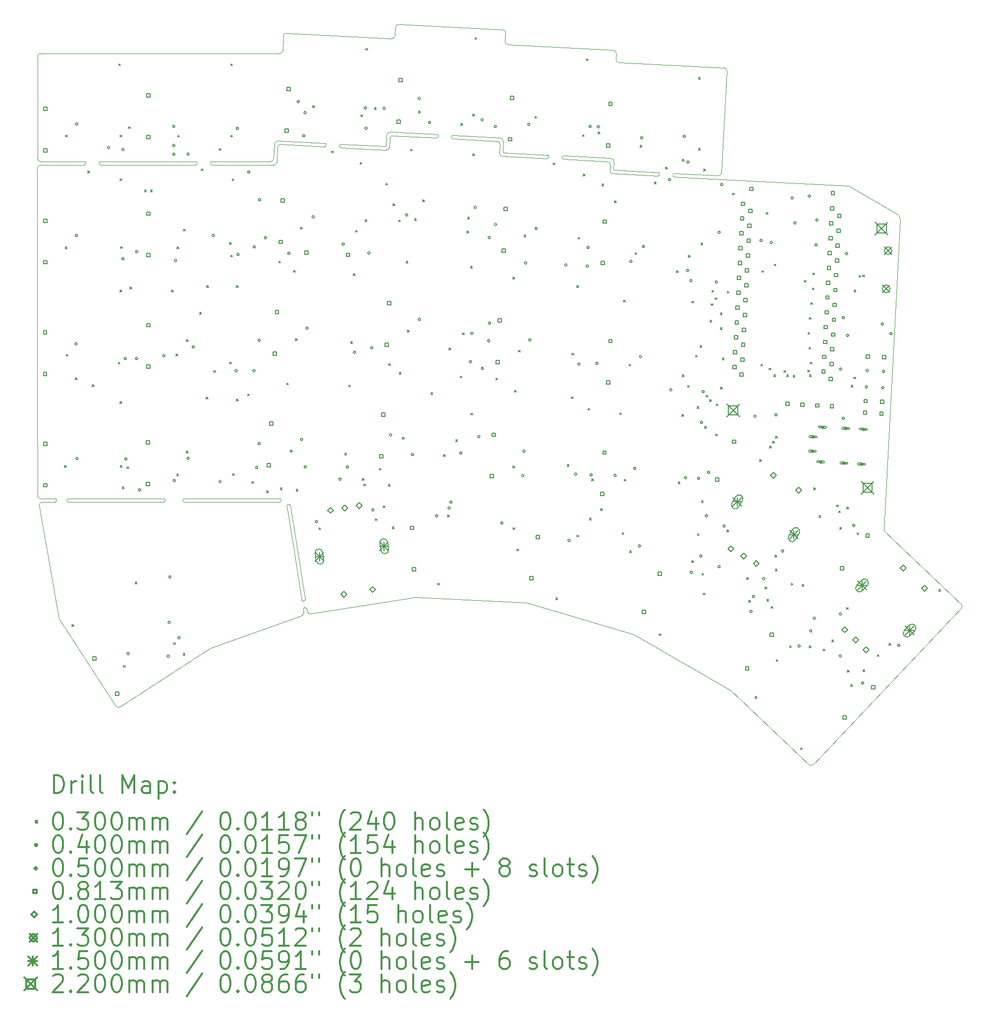
<source format=gbr>
%FSLAX45Y45*%
G04 Gerber Fmt 4.5, Leading zero omitted, Abs format (unit mm)*
G04 Created by KiCad (PCBNEW (5.1.12-1-10_14)) date 2021-12-17 12:39:09*
%MOMM*%
%LPD*%
G01*
G04 APERTURE LIST*
%TA.AperFunction,Profile*%
%ADD10C,0.050000*%
%TD*%
%ADD11C,0.200000*%
%ADD12C,0.300000*%
G04 APERTURE END LIST*
D10*
X8147050Y-10734040D02*
X8364973Y-10733992D01*
X8113522Y-10673840D02*
X8364973Y-10673993D01*
X8113522Y-10673840D02*
G75*
G02*
X8063992Y-10623550I508J50036D01*
G01*
X8095224Y-10794240D02*
G75*
G02*
X8147050Y-10734040I48778J10416D01*
G01*
X8364973Y-10673993D02*
G75*
G02*
X8364973Y-10733992I3J-30000D01*
G01*
X12672551Y-12597384D02*
X12666135Y-12559762D01*
X12732011Y-12638134D02*
G75*
G02*
X12672551Y-12597384I-10676J48179D01*
G01*
X12614204Y-12616676D02*
X12606874Y-12569147D01*
X12614204Y-12616676D02*
G75*
G02*
X12582128Y-12674046I-48808J-10363D01*
G01*
X12606875Y-12569147D02*
G75*
G02*
X12666135Y-12559762I29630J4696D01*
G01*
X12511545Y-11592767D02*
X12638526Y-12394602D01*
X12638526Y-12394599D02*
G75*
G02*
X12579266Y-12403988I-29630J-4697D01*
G01*
X12450250Y-11589312D02*
X12325442Y-10801307D01*
X12511545Y-11592767D02*
X12384703Y-10791922D01*
X12325443Y-10801307D02*
G75*
G02*
X12384703Y-10791922I29630J4696D01*
G01*
X12450250Y-11589312D02*
X12579266Y-12403988D01*
X11389545Y-10733993D02*
X10577718Y-10733976D01*
X10577721Y-10733976D02*
G75*
G02*
X10577718Y-10673977I-4J30000D01*
G01*
X11402545Y-10673993D02*
X12200373Y-10673993D01*
X11389545Y-10733993D02*
X12200373Y-10733992D01*
X12200373Y-10673993D02*
G75*
G02*
X12200373Y-10733992I3J-30000D01*
G01*
X11402545Y-10673993D02*
X10577718Y-10673977D01*
X9421346Y-10673993D02*
X10219173Y-10673993D01*
X9408345Y-10733993D02*
X10219173Y-10733992D01*
X10219173Y-10673993D02*
G75*
G02*
X10219173Y-10733992I3J-30000D01*
G01*
X9408345Y-10733993D02*
X8596518Y-10733976D01*
X9421346Y-10673993D02*
X8596518Y-10673977D01*
X8596521Y-10733976D02*
G75*
G02*
X8596518Y-10673977I-4J30000D01*
G01*
X8063493Y-8872715D02*
X8062477Y-7302368D01*
X11015218Y-13231876D02*
X12582128Y-12674046D01*
X8431218Y-12723550D02*
X8095224Y-10794240D01*
X23851817Y-12474002D02*
G75*
G02*
X23853667Y-12544689I-34418J-36269D01*
G01*
X21317212Y-15217294D02*
G75*
G02*
X21246525Y-15219146I-36269J34418D01*
G01*
X12103023Y-4974173D02*
X12086985Y-4975051D01*
X12048532Y-4914239D02*
X12035985Y-4915051D01*
X9472492Y-14234121D02*
G75*
G02*
X9403327Y-14219419I-27232J41934D01*
G01*
X8063986Y-3119521D02*
G75*
G02*
X8113985Y-3069521I50000J0D01*
G01*
X8113984Y-4915051D02*
G75*
G02*
X8063986Y-4865051I0J49999D01*
G01*
X9145161Y-4975034D02*
G75*
G02*
X9145158Y-4915035I-4J30000D01*
G01*
X9969986Y-4915051D02*
X9145158Y-4915035D01*
X9956985Y-4975051D02*
X9145158Y-4975034D01*
X8862813Y-4915051D02*
G75*
G02*
X8862813Y-4975050I3J-30000D01*
G01*
X8112813Y-4975051D02*
X8862813Y-4975050D01*
X8113985Y-4915051D02*
X8862813Y-4915051D01*
X8062812Y-5025051D02*
G75*
G02*
X8112813Y-4975051I50000J0D01*
G01*
X11050313Y-4915051D02*
X12035985Y-4915051D01*
X11050312Y-4975051D02*
X12086985Y-4975051D01*
X11050313Y-4975051D02*
G75*
G02*
X11050313Y-4915051I0J30000D01*
G01*
X10767813Y-4915051D02*
G75*
G02*
X10767813Y-4975050I3J-30000D01*
G01*
X9956985Y-4975051D02*
X10767813Y-4975050D01*
X9969986Y-4915051D02*
X10767813Y-4915051D01*
X12155572Y-4926859D02*
G75*
G02*
X12103023Y-4974173I-49932J2617D01*
G01*
X12101080Y-4866924D02*
G75*
G02*
X12048532Y-4914239I-49932J2617D01*
G01*
X12202259Y-3070082D02*
X12159838Y-3069264D01*
X12254806Y-3022768D02*
G75*
G02*
X12202259Y-3070082I-49931J2617D01*
G01*
X19797905Y-3313942D02*
G75*
G02*
X19845220Y-3366490I-2616J-49932D01*
G01*
X17995379Y-3219475D02*
G75*
G02*
X17948064Y-3166927I2617J49931D01*
G01*
X17905983Y-3014517D02*
G75*
G02*
X17953298Y-3067065I-2617J-49931D01*
G01*
X16103457Y-2920050D02*
G75*
G02*
X16056143Y-2867502I2617J49931D01*
G01*
X16016678Y-2665159D02*
G75*
G02*
X16063993Y-2717707I-2617J-49932D01*
G01*
X14183574Y-2619159D02*
G75*
G02*
X14236122Y-2571844I49931J-2617D01*
G01*
X14175722Y-2768952D02*
G75*
G02*
X14123175Y-2816268I-49931J2616D01*
G01*
X12268100Y-2769116D02*
G75*
G02*
X12320648Y-2721801I49932J-2617D01*
G01*
X17895679Y-5121864D02*
G75*
G02*
X17848365Y-5069317I2617J49931D01*
G01*
X14009638Y-4657850D02*
G75*
G03*
X14020148Y-4648387I524J9986D01*
G01*
X14077021Y-4671395D02*
G75*
G02*
X14024473Y-4718708I-49931J2617D01*
G01*
X16003757Y-4822439D02*
G75*
G02*
X15956442Y-4769891I2617J49931D01*
G01*
X19753894Y-5109101D02*
G75*
G02*
X19701346Y-5156415I-49931J2617D01*
G01*
X19701346Y-5156415D02*
X18952372Y-5117164D01*
X18949233Y-5177080D02*
G75*
G02*
X18952372Y-5117164I1572J29958D01*
G01*
X18949233Y-5177080D02*
X19748137Y-5218948D01*
X18670260Y-5102378D02*
X17918792Y-5062996D01*
X17909329Y-5052486D02*
G75*
G03*
X17918792Y-5062996I9986J-524D01*
G01*
X18667120Y-5162296D02*
X17895679Y-5121865D01*
X18667120Y-5162297D02*
G75*
G03*
X18670260Y-5102378I1570J29960D01*
G01*
X17848365Y-5069317D02*
X17853598Y-4969454D01*
X17854362Y-4859345D02*
X17060451Y-4817738D01*
X17057311Y-4877653D02*
X17806283Y-4916906D01*
X17854362Y-4859343D02*
G75*
G02*
X17915871Y-4927655I-3401J-64911D01*
G01*
X17057310Y-4877653D02*
G75*
G02*
X17060451Y-4817738I1572J29958D01*
G01*
X17909329Y-5052486D02*
X17915871Y-4927655D01*
X17806283Y-4916906D02*
G75*
G02*
X17853598Y-4969454I-2617J-49931D01*
G01*
X16017407Y-4753058D02*
G75*
G03*
X16026869Y-4763568I9986J-524D01*
G01*
X16778338Y-4802951D02*
X16026869Y-4763568D01*
X16775199Y-4862868D02*
X16003757Y-4822439D01*
X16775199Y-4862868D02*
G75*
G03*
X16778338Y-4802951I1570J29959D01*
G01*
X15956442Y-4769891D02*
X15964293Y-4620097D01*
X16017407Y-4753059D02*
X16026566Y-4578298D01*
X12168899Y-4671531D02*
G75*
G02*
X12221448Y-4624216I49932J-2617D01*
G01*
X12182146Y-4562074D02*
X12973560Y-4603551D01*
X12221448Y-4624216D02*
X12970420Y-4663469D01*
X12113833Y-4623582D02*
G75*
G02*
X12182146Y-4562074I64911J-3403D01*
G01*
X12973560Y-4603551D02*
G75*
G02*
X12970420Y-4663469I-1568J-29959D01*
G01*
X13252532Y-4678253D02*
G75*
G02*
X13255673Y-4618336I1571J29958D01*
G01*
X15916978Y-4567548D02*
G75*
G02*
X15964293Y-4620097I-2617J-49932D01*
G01*
X14084373Y-4521573D02*
G75*
G02*
X14136921Y-4474259I49932J-2617D01*
G01*
X22756193Y-5811672D02*
G75*
G02*
X22804886Y-5898970I-50889J-85614D01*
G01*
X22531860Y-11221372D02*
X22526811Y-11204996D01*
X22531860Y-11221372D02*
X23851816Y-12474002D01*
X21922841Y-5332919D02*
X21929665Y-5334349D01*
X21929665Y-5334349D02*
X22756194Y-5811673D01*
X14523931Y-12355374D02*
X12732011Y-12638134D01*
X11774128Y-3069528D02*
X12159838Y-3069264D01*
X23853667Y-12544689D02*
X21317212Y-15217294D01*
X22804886Y-5898970D02*
X22526811Y-11204996D01*
X21922841Y-5332919D02*
X19748137Y-5218948D01*
X11015218Y-13231876D02*
X9472493Y-14234121D01*
X16427155Y-12454710D02*
X18257496Y-12997324D01*
X16427155Y-12454710D02*
X14523931Y-12355374D01*
X18257496Y-12997324D02*
X19910792Y-13950901D01*
X19910792Y-13950901D02*
X21246525Y-15219146D01*
X14889033Y-4453593D02*
G75*
G02*
X14885893Y-4513511I-1567J-29959D01*
G01*
X15168006Y-4528296D02*
G75*
G02*
X15171145Y-4468381I1571J29958D01*
G01*
X15965057Y-4509987D02*
G75*
G02*
X16026566Y-4578298I-3401J-64910D01*
G01*
X14029307Y-4473626D02*
G75*
G02*
X14097619Y-4412117I64911J-3403D01*
G01*
X8063493Y-8872715D02*
X8063992Y-10623550D01*
X9403327Y-14219419D02*
X8431218Y-12723550D01*
X8062812Y-5025050D02*
X8062477Y-7302368D01*
X14183573Y-2619159D02*
X14175723Y-2768953D01*
X16016678Y-2665159D02*
X14236122Y-2571844D01*
X16056143Y-2867502D02*
X16063993Y-2717707D01*
X17905983Y-3014516D02*
X16103457Y-2920050D01*
X17948064Y-3166927D02*
X17953298Y-3067065D01*
X19797905Y-3313942D02*
X17995379Y-3219476D01*
X19753893Y-5109101D02*
X19845220Y-3366490D01*
X15168006Y-4528296D02*
X15916978Y-4567548D01*
X15965056Y-4509987D02*
X15171145Y-4468381D01*
X12320648Y-2721801D02*
X14123175Y-2816268D01*
X12254807Y-3022768D02*
X12268100Y-2769116D01*
X8113985Y-3069521D02*
X11774128Y-3069528D01*
X8063986Y-4865051D02*
X8063985Y-3119521D01*
X14136921Y-4474259D02*
X14885893Y-4513511D01*
X14077022Y-4671394D02*
X14084372Y-4521574D01*
X13252533Y-4678253D02*
X14024473Y-4718708D01*
X14097619Y-4412117D02*
X14889034Y-4453593D01*
X14020148Y-4648387D02*
X14029307Y-4473626D01*
X13255673Y-4618336D02*
X14009637Y-4657850D01*
X12168900Y-4671531D02*
X12155570Y-4926859D01*
X12113833Y-4623583D02*
X12101081Y-4866925D01*
D11*
X8528212Y-10110527D02*
X8558212Y-10140527D01*
X8558212Y-10110527D02*
X8528212Y-10140527D01*
X8541024Y-6375336D02*
X8571024Y-6405336D01*
X8571024Y-6375336D02*
X8541024Y-6405336D01*
X8545023Y-4466336D02*
X8575023Y-4496336D01*
X8575023Y-4466336D02*
X8545023Y-4496336D01*
X8555024Y-8207336D02*
X8585024Y-8237336D01*
X8585024Y-8207336D02*
X8555024Y-8237336D01*
X8655582Y-12826123D02*
X8685582Y-12856123D01*
X8685582Y-12826123D02*
X8655582Y-12856123D01*
X8714127Y-8610524D02*
X8744127Y-8640524D01*
X8744127Y-8610524D02*
X8714127Y-8640524D01*
X8925320Y-5078172D02*
X8955320Y-5108172D01*
X8955320Y-5078172D02*
X8925320Y-5108172D01*
X8999127Y-8730525D02*
X9029127Y-8760525D01*
X9029127Y-8730525D02*
X8999127Y-8760525D01*
X9444024Y-8345337D02*
X9474024Y-8375337D01*
X9474024Y-8345337D02*
X9444024Y-8375337D01*
X9454127Y-3245524D02*
X9484127Y-3275524D01*
X9484127Y-3245524D02*
X9454127Y-3275524D01*
X9474126Y-9015524D02*
X9504126Y-9045524D01*
X9504126Y-9015524D02*
X9474126Y-9045524D01*
X9474126Y-7110524D02*
X9504126Y-7140524D01*
X9504126Y-7110524D02*
X9474126Y-7140524D01*
X9474627Y-5210023D02*
X9504627Y-5240023D01*
X9504627Y-5210023D02*
X9474627Y-5240023D01*
X9476023Y-4464336D02*
X9506023Y-4494336D01*
X9506023Y-4464336D02*
X9476023Y-4494336D01*
X9479835Y-10110524D02*
X9509835Y-10140524D01*
X9509835Y-10110524D02*
X9479835Y-10140524D01*
X9482025Y-6372338D02*
X9512025Y-6402338D01*
X9512025Y-6372338D02*
X9482025Y-6402338D01*
X9512794Y-10472660D02*
X9542794Y-10502660D01*
X9542794Y-10472660D02*
X9512794Y-10502660D01*
X9532581Y-13526460D02*
X9562581Y-13556460D01*
X9562581Y-13526460D02*
X9532581Y-13556460D01*
X9593058Y-10130522D02*
X9623058Y-10160522D01*
X9623058Y-10130522D02*
X9593058Y-10160522D01*
X9620024Y-4320337D02*
X9650024Y-4350337D01*
X9650024Y-4320337D02*
X9620024Y-4350337D01*
X9644129Y-7060524D02*
X9674129Y-7090524D01*
X9674129Y-7060524D02*
X9644129Y-7090524D01*
X9732387Y-12096434D02*
X9762387Y-12126434D01*
X9762387Y-12096434D02*
X9732387Y-12126434D01*
X9894054Y-5400447D02*
X9924054Y-5430447D01*
X9924054Y-5400447D02*
X9894054Y-5430447D01*
X9994129Y-5400525D02*
X10024129Y-5430525D01*
X10024129Y-5400525D02*
X9994129Y-5430525D01*
X10354130Y-7110525D02*
X10384130Y-7140525D01*
X10384130Y-7110525D02*
X10354130Y-7140525D01*
X10390159Y-13136473D02*
X10420159Y-13166473D01*
X10420159Y-13136473D02*
X10390159Y-13166473D01*
X10434212Y-8205526D02*
X10464212Y-8235526D01*
X10464212Y-8205526D02*
X10434212Y-8235526D01*
X10446022Y-10252337D02*
X10476022Y-10282337D01*
X10476022Y-10252337D02*
X10446022Y-10282337D01*
X10449023Y-6373337D02*
X10479023Y-6403337D01*
X10479023Y-6373337D02*
X10449023Y-6403337D01*
X10462024Y-4466337D02*
X10492024Y-4496337D01*
X10492024Y-4466337D02*
X10462024Y-4496337D01*
X10553825Y-13316356D02*
X10583825Y-13346356D01*
X10583825Y-13316356D02*
X10553825Y-13346356D01*
X10560024Y-6076337D02*
X10590024Y-6106337D01*
X10590024Y-6076337D02*
X10560024Y-6106337D01*
X10608124Y-9861526D02*
X10638124Y-9891526D01*
X10638124Y-9861526D02*
X10608124Y-9891526D01*
X10609128Y-7960523D02*
X10639128Y-7990523D01*
X10639128Y-7960523D02*
X10609128Y-7990523D01*
X10834126Y-7490525D02*
X10864126Y-7520525D01*
X10864126Y-7490525D02*
X10834126Y-7520525D01*
X10864125Y-5040525D02*
X10894125Y-5070525D01*
X10894125Y-5040525D02*
X10864125Y-5070525D01*
X10950128Y-8940523D02*
X10980128Y-8970523D01*
X10980128Y-8940523D02*
X10950128Y-8970523D01*
X10959128Y-7035525D02*
X10989128Y-7065525D01*
X10989128Y-7035525D02*
X10959128Y-7065525D01*
X11074130Y-8488525D02*
X11104130Y-8518525D01*
X11104130Y-8488525D02*
X11074130Y-8518525D01*
X11169127Y-4695235D02*
X11199127Y-4725235D01*
X11199127Y-4695235D02*
X11169127Y-4725235D01*
X11345836Y-6300525D02*
X11375836Y-6330525D01*
X11375836Y-6300525D02*
X11345836Y-6330525D01*
X11347023Y-8345336D02*
X11377023Y-8375336D01*
X11377023Y-8345336D02*
X11347023Y-8375336D01*
X11367023Y-4466338D02*
X11397023Y-4496338D01*
X11397023Y-4466338D02*
X11367023Y-4496338D01*
X11368523Y-6516836D02*
X11398523Y-6546836D01*
X11398523Y-6516836D02*
X11368523Y-6546836D01*
X11369128Y-3245525D02*
X11399128Y-3275525D01*
X11399128Y-3245525D02*
X11369128Y-3275525D01*
X11394627Y-5210025D02*
X11424627Y-5240025D01*
X11424627Y-5210025D02*
X11394627Y-5240025D01*
X11397834Y-10250528D02*
X11427834Y-10280528D01*
X11427834Y-10250528D02*
X11397834Y-10280528D01*
X11464125Y-7035525D02*
X11494125Y-7065525D01*
X11494125Y-7035525D02*
X11464125Y-7065525D01*
X11464127Y-8975526D02*
X11494127Y-9005526D01*
X11494127Y-8975526D02*
X11464127Y-9005526D01*
X11654124Y-8885524D02*
X11684124Y-8915524D01*
X11684124Y-8885524D02*
X11654124Y-8915524D01*
X11728200Y-10384778D02*
X11758200Y-10414778D01*
X11758200Y-10384778D02*
X11728200Y-10414778D01*
X11983227Y-10540523D02*
X12013227Y-10570523D01*
X12013227Y-10540523D02*
X11983227Y-10570523D01*
X12187427Y-6617376D02*
X12217427Y-6647376D01*
X12217427Y-6617376D02*
X12187427Y-6647376D01*
X12213520Y-10489892D02*
X12243520Y-10519892D01*
X12243520Y-10489892D02*
X12213520Y-10519892D01*
X12326126Y-8699989D02*
X12356126Y-8729989D01*
X12356126Y-8699989D02*
X12326126Y-8729989D01*
X12386464Y-9848758D02*
X12416464Y-9878758D01*
X12416464Y-9848758D02*
X12386464Y-9878758D01*
X12439485Y-6775788D02*
X12469485Y-6805788D01*
X12469485Y-6775788D02*
X12439485Y-6805788D01*
X12472340Y-7942638D02*
X12502340Y-7972638D01*
X12502340Y-7942638D02*
X12472340Y-7972638D01*
X12483780Y-10515067D02*
X12513780Y-10545067D01*
X12513780Y-10515067D02*
X12483780Y-10545067D01*
X12556903Y-6042462D02*
X12586903Y-6072462D01*
X12586903Y-6042462D02*
X12556903Y-6072462D01*
X12767089Y-3964078D02*
X12797089Y-3994078D01*
X12797089Y-3964078D02*
X12767089Y-3994078D01*
X12875178Y-11171259D02*
X12905178Y-11201259D01*
X12905178Y-11171259D02*
X12875178Y-11201259D01*
X13092008Y-4738362D02*
X13122008Y-4768362D01*
X13122008Y-4738362D02*
X13092008Y-4768362D01*
X13314191Y-9897376D02*
X13344191Y-9927376D01*
X13344191Y-9897376D02*
X13314191Y-9927376D01*
X13383352Y-8732865D02*
X13413352Y-8762865D01*
X13413352Y-8732865D02*
X13383352Y-8762865D01*
X13415048Y-7992045D02*
X13445048Y-8022045D01*
X13445048Y-7992045D02*
X13415048Y-8022045D01*
X13462348Y-6833897D02*
X13492348Y-6863897D01*
X13492348Y-6833897D02*
X13462348Y-6863897D01*
X13501788Y-6090857D02*
X13531788Y-6120857D01*
X13531788Y-6090857D02*
X13501788Y-6120857D01*
X13578024Y-4932346D02*
X13608024Y-4962346D01*
X13608024Y-4932346D02*
X13578024Y-4962346D01*
X13590604Y-4117387D02*
X13620604Y-4147387D01*
X13620604Y-4117387D02*
X13590604Y-4147387D01*
X13616003Y-10328816D02*
X13646003Y-10358816D01*
X13646003Y-10328816D02*
X13616003Y-10358816D01*
X13641914Y-10424782D02*
X13671914Y-10454782D01*
X13671914Y-10424782D02*
X13641914Y-10454782D01*
X13661550Y-5908555D02*
X13691550Y-5938555D01*
X13691550Y-5908555D02*
X13661550Y-5938555D01*
X13674561Y-2985231D02*
X13704561Y-3015231D01*
X13704561Y-2985231D02*
X13674561Y-3015231D01*
X13821950Y-3994327D02*
X13851950Y-4024327D01*
X13851950Y-3994327D02*
X13821950Y-4024327D01*
X13833380Y-11020526D02*
X13863380Y-11050526D01*
X13863380Y-11020526D02*
X13833380Y-11050526D01*
X13909526Y-10157355D02*
X13939526Y-10187355D01*
X13939526Y-10157355D02*
X13909526Y-10187355D01*
X13970651Y-10799974D02*
X14000651Y-10829974D01*
X14000651Y-10799974D02*
X13970651Y-10829974D01*
X14017022Y-5288758D02*
X14047022Y-5318758D01*
X14047022Y-5288758D02*
X14017022Y-5318758D01*
X14059893Y-10430561D02*
X14089893Y-10460561D01*
X14089893Y-10430561D02*
X14059893Y-10460561D01*
X14063383Y-8367957D02*
X14093383Y-8397957D01*
X14093383Y-8367957D02*
X14063383Y-8397957D01*
X14129380Y-11159600D02*
X14159380Y-11189600D01*
X14159380Y-11159600D02*
X14129380Y-11189600D01*
X14141351Y-5638294D02*
X14171351Y-5668294D01*
X14171351Y-5638294D02*
X14141351Y-5668294D01*
X14237068Y-5913682D02*
X14267068Y-5943682D01*
X14267068Y-5913682D02*
X14237068Y-5943682D01*
X14245797Y-8517710D02*
X14275797Y-8547710D01*
X14275797Y-8517710D02*
X14245797Y-8547710D01*
X14302814Y-9624745D02*
X14332814Y-9654745D01*
X14332814Y-9624745D02*
X14302814Y-9654745D01*
X14365204Y-6621360D02*
X14395204Y-6651360D01*
X14395204Y-6621360D02*
X14365204Y-6651360D01*
X14385659Y-7795574D02*
X14415659Y-7825574D01*
X14415659Y-7795574D02*
X14385659Y-7825574D01*
X14440725Y-4702682D02*
X14470725Y-4732682D01*
X14470725Y-4702682D02*
X14440725Y-4732682D01*
X14509430Y-5892444D02*
X14539430Y-5922444D01*
X14539430Y-5892444D02*
X14509430Y-5922444D01*
X14575055Y-4056829D02*
X14605055Y-4086829D01*
X14605055Y-4056829D02*
X14575055Y-4086829D01*
X14650630Y-5569854D02*
X14680630Y-5599854D01*
X14680630Y-5569854D02*
X14650630Y-5599854D01*
X14788280Y-8866577D02*
X14818280Y-8896577D01*
X14818280Y-8866577D02*
X14788280Y-8896577D01*
X14904352Y-12119032D02*
X14934352Y-12149032D01*
X14934352Y-12119032D02*
X14904352Y-12149032D01*
X15004097Y-9923909D02*
X15034097Y-9953909D01*
X15034097Y-9923909D02*
X15004097Y-9953909D01*
X15073517Y-10955442D02*
X15103517Y-10985442D01*
X15103517Y-10955442D02*
X15073517Y-10985442D01*
X15098735Y-8101774D02*
X15128735Y-8131774D01*
X15128735Y-8101774D02*
X15098735Y-8131774D01*
X15213234Y-9669917D02*
X15243234Y-9699917D01*
X15243234Y-9669917D02*
X15213234Y-9699917D01*
X15288842Y-8582387D02*
X15318842Y-8612387D01*
X15318842Y-8582387D02*
X15288842Y-8612387D01*
X15299775Y-4265702D02*
X15329775Y-4295702D01*
X15329775Y-4265702D02*
X15299775Y-4295702D01*
X15327366Y-7844926D02*
X15357366Y-7874926D01*
X15357366Y-7844926D02*
X15327366Y-7874926D01*
X15400507Y-6105370D02*
X15430507Y-6135370D01*
X15430507Y-6105370D02*
X15400507Y-6135370D01*
X15412911Y-5868696D02*
X15442911Y-5898696D01*
X15442911Y-5868696D02*
X15412911Y-5898696D01*
X15467385Y-6704154D02*
X15497385Y-6734154D01*
X15497385Y-6704154D02*
X15467385Y-6734154D01*
X15470932Y-9215923D02*
X15500932Y-9245923D01*
X15500932Y-9215923D02*
X15470932Y-9245923D01*
X15502746Y-4107449D02*
X15532746Y-4137449D01*
X15532746Y-4107449D02*
X15502746Y-4137449D01*
X15503483Y-4782912D02*
X15533483Y-4812912D01*
X15533483Y-4782912D02*
X15503483Y-4812912D01*
X15541934Y-2797704D02*
X15571934Y-2827704D01*
X15571934Y-2797704D02*
X15541934Y-2827704D01*
X15898004Y-8614310D02*
X15928004Y-8644310D01*
X15928004Y-8614310D02*
X15898004Y-8644310D01*
X16188194Y-10116555D02*
X16218194Y-10146555D01*
X16218194Y-10116555D02*
X16188194Y-10146555D01*
X16188588Y-6891156D02*
X16218588Y-6921156D01*
X16218588Y-6891156D02*
X16188588Y-6921156D01*
X16190682Y-11172642D02*
X16220682Y-11202642D01*
X16220682Y-11172642D02*
X16190682Y-11202642D01*
X16215248Y-8828206D02*
X16245248Y-8858206D01*
X16245248Y-8828206D02*
X16215248Y-8858206D01*
X16256462Y-11535215D02*
X16286462Y-11565215D01*
X16286462Y-11535215D02*
X16256462Y-11565215D01*
X16281113Y-8142249D02*
X16311113Y-8172249D01*
X16311113Y-8142249D02*
X16281113Y-8172249D01*
X16379871Y-6171183D02*
X16409871Y-6201183D01*
X16409871Y-6171183D02*
X16379871Y-6201183D01*
X16564670Y-4145612D02*
X16594670Y-4175612D01*
X16594670Y-4145612D02*
X16564670Y-4175612D01*
X16876618Y-4940492D02*
X16906618Y-4970492D01*
X16906618Y-4940492D02*
X16876618Y-4970492D01*
X16921085Y-12371522D02*
X16951085Y-12401522D01*
X16951085Y-12371522D02*
X16921085Y-12401522D01*
X17116131Y-10093625D02*
X17146131Y-10123625D01*
X17146131Y-10093625D02*
X17116131Y-10123625D01*
X17188398Y-8936786D02*
X17218398Y-8966786D01*
X17218398Y-8936786D02*
X17188398Y-8966786D01*
X17194754Y-8192134D02*
X17224754Y-8222134D01*
X17224754Y-8192134D02*
X17194754Y-8222134D01*
X17280031Y-11299311D02*
X17310031Y-11329311D01*
X17310031Y-11299311D02*
X17280031Y-11329311D01*
X17283103Y-7034135D02*
X17313103Y-7064135D01*
X17313103Y-7034135D02*
X17283103Y-7064135D01*
X17302083Y-6209020D02*
X17332083Y-6239020D01*
X17332083Y-6209020D02*
X17302083Y-6239020D01*
X17377072Y-4456019D02*
X17407072Y-4486019D01*
X17407072Y-4456019D02*
X17377072Y-4486019D01*
X17391791Y-5132216D02*
X17421791Y-5162216D01*
X17421791Y-5132216D02*
X17391791Y-5162216D01*
X17440443Y-3162565D02*
X17470443Y-3192565D01*
X17470443Y-3162565D02*
X17440443Y-3192565D01*
X17471910Y-9130388D02*
X17501910Y-9160388D01*
X17501910Y-9130388D02*
X17471910Y-9160388D01*
X17498347Y-11006175D02*
X17528347Y-11036175D01*
X17528347Y-11006175D02*
X17498347Y-11036175D01*
X17534423Y-10336957D02*
X17564423Y-10366957D01*
X17564423Y-10336957D02*
X17534423Y-10366957D01*
X17646844Y-4410077D02*
X17676844Y-4440077D01*
X17676844Y-4410077D02*
X17646844Y-4440077D01*
X17687762Y-10844053D02*
X17717762Y-10874053D01*
X17717762Y-10844053D02*
X17687762Y-10874053D01*
X17710934Y-5297775D02*
X17740934Y-5327775D01*
X17740934Y-5297775D02*
X17710934Y-5327775D01*
X17924300Y-5586168D02*
X17954300Y-5616168D01*
X17954300Y-5586168D02*
X17924300Y-5616168D01*
X18014944Y-9205914D02*
X18044944Y-9235914D01*
X18044944Y-9205914D02*
X18014944Y-9235914D01*
X18056940Y-11254848D02*
X18086940Y-11284848D01*
X18086940Y-11254848D02*
X18056940Y-11284848D01*
X18075483Y-7286453D02*
X18105483Y-7316453D01*
X18105483Y-7286453D02*
X18075483Y-7316453D01*
X18089522Y-10340907D02*
X18119522Y-10370907D01*
X18119522Y-10340907D02*
X18089522Y-10370907D01*
X18174334Y-8378657D02*
X18204334Y-8408657D01*
X18204334Y-8378657D02*
X18174334Y-8408657D01*
X18181872Y-11566447D02*
X18211872Y-11596447D01*
X18211872Y-11566447D02*
X18181872Y-11596447D01*
X18276857Y-6470873D02*
X18306857Y-6500873D01*
X18306857Y-6470873D02*
X18276857Y-6500873D01*
X18360243Y-4640263D02*
X18390243Y-4670263D01*
X18390243Y-4640263D02*
X18360243Y-4670263D01*
X18606928Y-5266498D02*
X18636928Y-5296498D01*
X18636928Y-5266498D02*
X18606928Y-5296498D01*
X18685608Y-12982676D02*
X18715608Y-13012676D01*
X18715608Y-12982676D02*
X18685608Y-13012676D01*
X18795775Y-5011027D02*
X18825775Y-5041027D01*
X18825775Y-5011027D02*
X18795775Y-5041027D01*
X18983096Y-6782671D02*
X19013096Y-6812671D01*
X19013096Y-6782671D02*
X18983096Y-6812671D01*
X19014306Y-10388371D02*
X19044306Y-10418371D01*
X19044306Y-10388371D02*
X19014306Y-10418371D01*
X19075324Y-9235950D02*
X19105324Y-9265950D01*
X19105324Y-9235950D02*
X19075324Y-9265950D01*
X19079124Y-8559257D02*
X19109124Y-8589257D01*
X19109124Y-8559257D02*
X19079124Y-8589257D01*
X19083022Y-4875879D02*
X19113022Y-4905879D01*
X19113022Y-4875879D02*
X19083022Y-4905879D01*
X19175813Y-8742044D02*
X19205813Y-8772044D01*
X19205813Y-8742044D02*
X19175813Y-8772044D01*
X19185610Y-6518498D02*
X19215610Y-6548498D01*
X19215610Y-6518498D02*
X19185610Y-6548498D01*
X19246235Y-7302745D02*
X19276235Y-7332745D01*
X19276235Y-7302745D02*
X19246235Y-7332745D01*
X19247915Y-11732558D02*
X19277915Y-11762558D01*
X19277915Y-11732558D02*
X19247915Y-11762558D01*
X19308999Y-8224095D02*
X19338999Y-8254095D01*
X19338999Y-8224095D02*
X19308999Y-8254095D01*
X19333367Y-9101774D02*
X19363367Y-9131774D01*
X19363367Y-9101774D02*
X19333367Y-9131774D01*
X19344558Y-11273718D02*
X19374558Y-11303718D01*
X19374558Y-11273718D02*
X19344558Y-11303718D01*
X19360080Y-4688655D02*
X19390080Y-4718655D01*
X19390080Y-4688655D02*
X19360080Y-4718655D01*
X19361537Y-3478538D02*
X19391537Y-3508538D01*
X19391537Y-3478538D02*
X19361537Y-3508538D01*
X19386954Y-8060150D02*
X19416954Y-8090150D01*
X19416954Y-8060150D02*
X19386954Y-8090150D01*
X19403429Y-6309613D02*
X19433429Y-6339613D01*
X19433429Y-6309613D02*
X19403429Y-6339613D01*
X19409266Y-10711201D02*
X19439266Y-10741201D01*
X19439266Y-10711201D02*
X19409266Y-10741201D01*
X19419568Y-11950671D02*
X19449568Y-11980671D01*
X19449568Y-11950671D02*
X19419568Y-11980671D01*
X19441087Y-12287729D02*
X19471087Y-12317729D01*
X19471087Y-12287729D02*
X19441087Y-12317729D01*
X19449663Y-5045297D02*
X19479663Y-5075297D01*
X19479663Y-5045297D02*
X19449663Y-5075297D01*
X19463912Y-9440801D02*
X19493912Y-9470801D01*
X19493912Y-9440801D02*
X19463912Y-9470801D01*
X19491646Y-8911655D02*
X19521646Y-8941655D01*
X19521646Y-8911655D02*
X19491646Y-8941655D01*
X19551591Y-8983280D02*
X19581591Y-9013280D01*
X19581591Y-8983280D02*
X19551591Y-9013280D01*
X19556362Y-7626920D02*
X19586362Y-7656920D01*
X19586362Y-7626920D02*
X19556362Y-7656920D01*
X19576219Y-7343571D02*
X19606219Y-7373571D01*
X19606219Y-7343571D02*
X19576219Y-7373571D01*
X19589098Y-7116935D02*
X19619098Y-7146935D01*
X19619098Y-7116935D02*
X19589098Y-7146935D01*
X19641758Y-7243621D02*
X19671758Y-7273621D01*
X19671758Y-7243621D02*
X19641758Y-7273621D01*
X19651960Y-9571358D02*
X19681960Y-9601358D01*
X19681960Y-9571358D02*
X19651960Y-9601358D01*
X19666079Y-9053368D02*
X19696079Y-9083368D01*
X19696079Y-9053368D02*
X19666079Y-9083368D01*
X19732512Y-7501540D02*
X19762512Y-7531540D01*
X19762512Y-7501540D02*
X19732512Y-7531540D01*
X19733063Y-7756106D02*
X19763063Y-7786106D01*
X19763063Y-7756106D02*
X19733063Y-7786106D01*
X19739170Y-8771568D02*
X19769170Y-8801568D01*
X19769170Y-8771568D02*
X19739170Y-8801568D01*
X19765069Y-8273471D02*
X19795069Y-8303471D01*
X19795069Y-8273471D02*
X19765069Y-8303471D01*
X19849132Y-11209666D02*
X19879132Y-11239666D01*
X19879132Y-11209666D02*
X19849132Y-11239666D01*
X19852040Y-7133718D02*
X19882040Y-7163718D01*
X19882040Y-7133718D02*
X19852040Y-7163718D01*
X19938644Y-5454871D02*
X19968644Y-5484871D01*
X19968644Y-5454871D02*
X19938644Y-5484871D01*
X20185850Y-12023498D02*
X20215850Y-12053498D01*
X20215850Y-12023498D02*
X20185850Y-12053498D01*
X20220642Y-12413170D02*
X20250642Y-12443170D01*
X20250642Y-12413170D02*
X20220642Y-12443170D01*
X20324691Y-14053587D02*
X20354691Y-14083587D01*
X20354691Y-14053587D02*
X20324691Y-14083587D01*
X20404646Y-10005214D02*
X20434646Y-10035214D01*
X20434646Y-10005214D02*
X20404646Y-10035214D01*
X20428506Y-8376680D02*
X20458506Y-8406680D01*
X20458506Y-8376680D02*
X20428506Y-8406680D01*
X20442801Y-6775721D02*
X20472801Y-6805721D01*
X20472801Y-6775721D02*
X20442801Y-6805721D01*
X20498439Y-12183709D02*
X20528439Y-12213709D01*
X20528439Y-12183709D02*
X20498439Y-12213709D01*
X20514126Y-5787612D02*
X20544126Y-5817612D01*
X20544126Y-5787612D02*
X20514126Y-5817612D01*
X20528669Y-12396852D02*
X20558669Y-12426852D01*
X20558669Y-12396852D02*
X20528669Y-12426852D01*
X20565125Y-8444860D02*
X20595125Y-8474860D01*
X20595125Y-8444860D02*
X20565125Y-8474860D01*
X20575073Y-9781082D02*
X20605073Y-9811082D01*
X20605073Y-9781082D02*
X20575073Y-9811082D01*
X20598668Y-12519383D02*
X20628668Y-12549383D01*
X20628668Y-12519383D02*
X20598668Y-12549383D01*
X20626439Y-9694113D02*
X20656439Y-9724113D01*
X20656439Y-9694113D02*
X20626439Y-9724113D01*
X20645541Y-8559225D02*
X20675541Y-8589225D01*
X20675541Y-8559225D02*
X20645541Y-8589225D01*
X20657371Y-6667229D02*
X20687371Y-6697229D01*
X20687371Y-6667229D02*
X20657371Y-6697229D01*
X20669570Y-11640624D02*
X20699570Y-11670624D01*
X20699570Y-11640624D02*
X20669570Y-11670624D01*
X20674249Y-11879198D02*
X20704249Y-11909198D01*
X20704249Y-11879198D02*
X20674249Y-11909198D01*
X20676305Y-9609743D02*
X20706305Y-9639743D01*
X20706305Y-9609743D02*
X20676305Y-9639743D01*
X20689515Y-13425630D02*
X20719515Y-13455630D01*
X20719515Y-13425630D02*
X20689515Y-13455630D01*
X20820936Y-8486934D02*
X20850936Y-8516934D01*
X20850936Y-8486934D02*
X20820936Y-8516934D01*
X20865812Y-8559818D02*
X20895812Y-8589818D01*
X20895812Y-8559818D02*
X20865812Y-8589818D01*
X20917388Y-13185500D02*
X20947388Y-13215500D01*
X20947388Y-13185500D02*
X20917388Y-13215500D01*
X20943809Y-12121472D02*
X20973809Y-12151472D01*
X20973809Y-12121472D02*
X20943809Y-12151472D01*
X20975565Y-8567411D02*
X21005565Y-8597411D01*
X21005565Y-8567411D02*
X20975565Y-8597411D01*
X21103129Y-14931536D02*
X21133129Y-14961536D01*
X21133129Y-14931536D02*
X21103129Y-14961536D01*
X21130508Y-12142619D02*
X21160508Y-12172619D01*
X21160508Y-12142619D02*
X21130508Y-12172619D01*
X21169361Y-6948407D02*
X21199361Y-6978407D01*
X21199361Y-6948407D02*
X21169361Y-6978407D01*
X21225412Y-8477438D02*
X21255412Y-8507438D01*
X21255412Y-8477438D02*
X21225412Y-8507438D01*
X21233062Y-7834530D02*
X21263062Y-7864530D01*
X21263062Y-7834530D02*
X21233062Y-7864530D01*
X21246669Y-8089593D02*
X21276669Y-8119593D01*
X21276669Y-8089593D02*
X21246669Y-8119593D01*
X21251955Y-13190782D02*
X21281955Y-13220782D01*
X21281955Y-13190782D02*
X21251955Y-13220782D01*
X21252346Y-7581193D02*
X21282346Y-7611193D01*
X21282346Y-7581193D02*
X21252346Y-7611193D01*
X21256275Y-8561191D02*
X21286275Y-8591191D01*
X21286275Y-8561191D02*
X21256275Y-8591191D01*
X21267824Y-8345050D02*
X21297824Y-8375050D01*
X21297824Y-8345050D02*
X21267824Y-8375050D01*
X21276623Y-7328118D02*
X21306623Y-7358118D01*
X21306623Y-7328118D02*
X21276623Y-7358118D01*
X21305746Y-7075295D02*
X21335746Y-7105295D01*
X21335746Y-7075295D02*
X21305746Y-7105295D01*
X21313049Y-6821325D02*
X21343049Y-6851325D01*
X21343049Y-6821325D02*
X21313049Y-6851325D01*
X21327093Y-10490095D02*
X21357093Y-10520095D01*
X21357093Y-10490095D02*
X21327093Y-10520095D01*
X21416428Y-10963953D02*
X21446428Y-10993953D01*
X21446428Y-10963953D02*
X21416428Y-10993953D01*
X21489678Y-13246807D02*
X21519678Y-13276807D01*
X21519678Y-13246807D02*
X21489678Y-13276807D01*
X21637673Y-13090850D02*
X21667673Y-13120850D01*
X21667673Y-13090850D02*
X21637673Y-13120850D01*
X21717915Y-10780683D02*
X21747915Y-10810683D01*
X21747915Y-10780683D02*
X21717915Y-10810683D01*
X21756439Y-10884714D02*
X21786439Y-10914714D01*
X21786439Y-10884714D02*
X21756439Y-10914714D01*
X21771498Y-11168953D02*
X21801498Y-11198953D01*
X21801498Y-11168953D02*
X21771498Y-11198953D01*
X21889740Y-12533222D02*
X21919740Y-12563222D01*
X21919740Y-12533222D02*
X21889740Y-12563222D01*
X21894304Y-10819545D02*
X21924304Y-10849545D01*
X21924304Y-10819545D02*
X21894304Y-10849545D01*
X21905119Y-13606659D02*
X21935119Y-13636659D01*
X21935119Y-13606659D02*
X21905119Y-13636659D01*
X21960387Y-13853409D02*
X21990387Y-13883409D01*
X21990387Y-13853409D02*
X21960387Y-13883409D01*
X21967772Y-8736733D02*
X21997772Y-8766733D01*
X21997772Y-8736733D02*
X21967772Y-8766733D01*
X22014532Y-8599478D02*
X22044532Y-8629478D01*
X22044532Y-8599478D02*
X22014532Y-8629478D01*
X22017354Y-7112588D02*
X22047354Y-7142588D01*
X22047354Y-7112588D02*
X22017354Y-7142588D01*
X22067966Y-11257886D02*
X22097966Y-11287886D01*
X22097966Y-11257886D02*
X22067966Y-11287886D01*
X22104545Y-6862810D02*
X22134545Y-6892810D01*
X22134545Y-6862810D02*
X22104545Y-6892810D01*
X22168704Y-6851665D02*
X22198704Y-6881665D01*
X22198704Y-6851665D02*
X22168704Y-6881665D01*
X22171939Y-13596052D02*
X22201939Y-13626052D01*
X22201939Y-13596052D02*
X22171939Y-13626052D01*
X22415617Y-13339269D02*
X22445617Y-13369269D01*
X22445617Y-13339269D02*
X22415617Y-13369269D01*
X22613879Y-13147336D02*
X22643879Y-13177336D01*
X22643879Y-13147336D02*
X22613879Y-13177336D01*
X23465207Y-12224878D02*
X23495207Y-12254878D01*
X23495207Y-12224878D02*
X23465207Y-12254878D01*
X8744126Y-8030524D02*
G75*
G03*
X8744126Y-8030524I-20000J0D01*
G01*
X8750130Y-6179522D02*
G75*
G03*
X8750130Y-6179522I-20000J0D01*
G01*
X8753124Y-4274523D02*
G75*
G03*
X8753124Y-4274523I-20000J0D01*
G01*
X8759838Y-9989522D02*
G75*
G03*
X8759838Y-9989522I-20000J0D01*
G01*
X9299128Y-4675441D02*
G75*
G03*
X9299128Y-4675441I-20000J0D01*
G01*
X9544125Y-4710525D02*
G75*
G03*
X9544125Y-4710525I-20000J0D01*
G01*
X9546024Y-6576336D02*
G75*
G03*
X9546024Y-6576336I-20000J0D01*
G01*
X9584129Y-8280523D02*
G75*
G03*
X9584129Y-8280523I-20000J0D01*
G01*
X9596024Y-9995336D02*
G75*
G03*
X9596024Y-9995336I-20000J0D01*
G01*
X9631502Y-13321098D02*
G75*
G03*
X9631502Y-13321098I-20000J0D01*
G01*
X9779127Y-6455524D02*
G75*
G03*
X9779127Y-6455524I-20000J0D01*
G01*
X9779129Y-8280525D02*
G75*
G03*
X9779129Y-8280525I-20000J0D01*
G01*
X9829480Y-10524998D02*
G75*
G03*
X9829480Y-10524998I-20000J0D01*
G01*
X10243024Y-8234336D02*
G75*
G03*
X10243024Y-8234336I-20000J0D01*
G01*
X10320014Y-13367259D02*
G75*
G03*
X10320014Y-13367259I-20000J0D01*
G01*
X10335316Y-12789512D02*
G75*
G03*
X10335316Y-12789512I-20000J0D01*
G01*
X10347023Y-12013438D02*
G75*
G03*
X10347023Y-12013438I-20000J0D01*
G01*
X10414124Y-4790523D02*
G75*
G03*
X10414124Y-4790523I-20000J0D01*
G01*
X10414125Y-4315524D02*
G75*
G03*
X10414125Y-4315524I-20000J0D01*
G01*
X10414126Y-4640236D02*
G75*
G03*
X10414126Y-4640236I-20000J0D01*
G01*
X10422023Y-10366336D02*
G75*
G03*
X10422023Y-10366336I-20000J0D01*
G01*
X10444129Y-6605526D02*
G75*
G03*
X10444129Y-6605526I-20000J0D01*
G01*
X10504437Y-13049933D02*
G75*
G03*
X10504437Y-13049933I-20000J0D01*
G01*
X10658838Y-9985522D02*
G75*
G03*
X10658838Y-9985522I-20000J0D01*
G01*
X10659124Y-4790527D02*
G75*
G03*
X10659124Y-4790527I-20000J0D01*
G01*
X10746837Y-8084524D02*
G75*
G03*
X10746837Y-8084524I-20000J0D01*
G01*
X11088126Y-6179523D02*
G75*
G03*
X11088126Y-6179523I-20000J0D01*
G01*
X11204127Y-10383441D02*
G75*
G03*
X11204127Y-10383441I-20000J0D01*
G01*
X11479130Y-8490523D02*
G75*
G03*
X11479130Y-8490523I-20000J0D01*
G01*
X11499126Y-4350525D02*
G75*
G03*
X11499126Y-4350525I-20000J0D01*
G01*
X11512008Y-6502090D02*
G75*
G03*
X11512008Y-6502090I-20000J0D01*
G01*
X11694126Y-5095524D02*
G75*
G03*
X11694126Y-5095524I-20000J0D01*
G01*
X11784129Y-8490526D02*
G75*
G03*
X11784129Y-8490526I-20000J0D01*
G01*
X11789129Y-6375522D02*
G75*
G03*
X11789129Y-6375522I-20000J0D01*
G01*
X11831628Y-10143024D02*
G75*
G03*
X11831628Y-10143024I-20000J0D01*
G01*
X11874127Y-9733374D02*
G75*
G03*
X11874127Y-9733374I-20000J0D01*
G01*
X11874129Y-7970523D02*
G75*
G03*
X11874129Y-7970523I-20000J0D01*
G01*
X11879127Y-5570524D02*
G75*
G03*
X11879127Y-5570524I-20000J0D01*
G01*
X11979883Y-6218852D02*
G75*
G03*
X11979883Y-6218852I-20000J0D01*
G01*
X12380339Y-6485439D02*
G75*
G03*
X12380339Y-6485439I-20000J0D01*
G01*
X12541377Y-3890313D02*
G75*
G03*
X12541377Y-3890313I-20000J0D01*
G01*
X12597637Y-9665168D02*
G75*
G03*
X12597637Y-9665168I-20000J0D01*
G01*
X12635850Y-4476060D02*
G75*
G03*
X12635850Y-4476060I-20000J0D01*
G01*
X12656523Y-4081600D02*
G75*
G03*
X12656523Y-4081600I-20000J0D01*
G01*
X12660087Y-10131150D02*
G75*
G03*
X12660087Y-10131150I-20000J0D01*
G01*
X12690346Y-7762412D02*
G75*
G03*
X12690346Y-7762412I-20000J0D01*
G01*
X12796040Y-5860334D02*
G75*
G03*
X12796040Y-5860334I-20000J0D01*
G01*
X12852778Y-11066768D02*
G75*
G03*
X12852778Y-11066768I-20000J0D01*
G01*
X13255203Y-10341665D02*
G75*
G03*
X13255203Y-10341665I-20000J0D01*
G01*
X13309804Y-6328872D02*
G75*
G03*
X13309804Y-6328872I-20000J0D01*
G01*
X13381617Y-10134379D02*
G75*
G03*
X13381617Y-10134379I-20000J0D01*
G01*
X13501328Y-8174959D02*
G75*
G03*
X13501328Y-8174959I-20000J0D01*
G01*
X13686240Y-3999378D02*
G75*
G03*
X13686240Y-3999378I-20000J0D01*
G01*
X13698278Y-4345998D02*
G75*
G03*
X13698278Y-4345998I-20000J0D01*
G01*
X13747654Y-6476990D02*
G75*
G03*
X13747654Y-6476990I-20000J0D01*
G01*
X13797941Y-8096841D02*
G75*
G03*
X13797941Y-8096841I-20000J0D01*
G01*
X13816475Y-10866680D02*
G75*
G03*
X13816475Y-10866680I-20000J0D01*
G01*
X14007264Y-4007191D02*
G75*
G03*
X14007264Y-4007191I-20000J0D01*
G01*
X14118466Y-9585654D02*
G75*
G03*
X14118466Y-9585654I-20000J0D01*
G01*
X14392407Y-5829846D02*
G75*
G03*
X14392407Y-5829846I-20000J0D01*
G01*
X14492393Y-9921688D02*
G75*
G03*
X14492393Y-9921688I-20000J0D01*
G01*
X14608683Y-3836761D02*
G75*
G03*
X14608683Y-3836761I-20000J0D01*
G01*
X14610811Y-7612719D02*
G75*
G03*
X14610811Y-7612719I-20000J0D01*
G01*
X14785674Y-4246793D02*
G75*
G03*
X14785674Y-4246793I-20000J0D01*
G01*
X14906407Y-10967659D02*
G75*
G03*
X14906407Y-10967659I-20000J0D01*
G01*
X15120576Y-10835887D02*
G75*
G03*
X15120576Y-10835887I-20000J0D01*
G01*
X15150788Y-10733942D02*
G75*
G03*
X15150788Y-10733942I-20000J0D01*
G01*
X15319925Y-9894959D02*
G75*
G03*
X15319925Y-9894959I-20000J0D01*
G01*
X15482773Y-8335346D02*
G75*
G03*
X15482773Y-8335346I-20000J0D01*
G01*
X15508156Y-7851009D02*
G75*
G03*
X15508156Y-7851009I-20000J0D01*
G01*
X15563256Y-5700946D02*
G75*
G03*
X15563256Y-5700946I-20000J0D01*
G01*
X15626020Y-9614593D02*
G75*
G03*
X15626020Y-9614593I-20000J0D01*
G01*
X15683414Y-4201180D02*
G75*
G03*
X15683414Y-4201180I-20000J0D01*
G01*
X15686991Y-8451192D02*
G75*
G03*
X15686991Y-8451192I-20000J0D01*
G01*
X15794959Y-7979719D02*
G75*
G03*
X15794959Y-7979719I-20000J0D01*
G01*
X15804222Y-6214259D02*
G75*
G03*
X15804222Y-6214259I-20000J0D01*
G01*
X15811748Y-7675657D02*
G75*
G03*
X15811748Y-7675657I-20000J0D01*
G01*
X15908654Y-4317127D02*
G75*
G03*
X15908654Y-4317127I-20000J0D01*
G01*
X15911131Y-5989548D02*
G75*
G03*
X15911131Y-5989548I-20000J0D01*
G01*
X16019122Y-11090616D02*
G75*
G03*
X16019122Y-11090616I-20000J0D01*
G01*
X16377214Y-10280231D02*
G75*
G03*
X16377214Y-10280231I-20000J0D01*
G01*
X16397420Y-9864308D02*
G75*
G03*
X16397420Y-9864308I-20000J0D01*
G01*
X16427403Y-6647470D02*
G75*
G03*
X16427403Y-6647470I-20000J0D01*
G01*
X16481272Y-4282048D02*
G75*
G03*
X16481272Y-4282048I-20000J0D01*
G01*
X16497118Y-7961919D02*
G75*
G03*
X16497118Y-7961919I-20000J0D01*
G01*
X16604394Y-6059927D02*
G75*
G03*
X16604394Y-6059927I-20000J0D01*
G01*
X17113803Y-6683440D02*
G75*
G03*
X17113803Y-6683440I-20000J0D01*
G01*
X17168521Y-11387424D02*
G75*
G03*
X17168521Y-11387424I-20000J0D01*
G01*
X17280667Y-10254604D02*
G75*
G03*
X17280667Y-10254604I-20000J0D01*
G01*
X17336226Y-8376766D02*
G75*
G03*
X17336226Y-8376766I-20000J0D01*
G01*
X17480959Y-6702682D02*
G75*
G03*
X17480959Y-6702682I-20000J0D01*
G01*
X17492712Y-6382860D02*
G75*
G03*
X17492712Y-6382860I-20000J0D01*
G01*
X17528516Y-4314399D02*
G75*
G03*
X17528516Y-4314399I-20000J0D01*
G01*
X17544471Y-10267625D02*
G75*
G03*
X17544471Y-10267625I-20000J0D01*
G01*
X17644312Y-8362567D02*
G75*
G03*
X17644312Y-8362567I-20000J0D01*
G01*
X17668325Y-4321725D02*
G75*
G03*
X17668325Y-4321725I-20000J0D01*
G01*
X17954524Y-10277370D02*
G75*
G03*
X17954524Y-10277370I-20000J0D01*
G01*
X18224568Y-6621489D02*
G75*
G03*
X18224568Y-6621489I-20000J0D01*
G01*
X18290603Y-10158793D02*
G75*
G03*
X18290603Y-10158793I-20000J0D01*
G01*
X18371485Y-11481232D02*
G75*
G03*
X18371485Y-11481232I-20000J0D01*
G01*
X18391233Y-8249856D02*
G75*
G03*
X18391233Y-8249856I-20000J0D01*
G01*
X18409925Y-4508832D02*
G75*
G03*
X18409925Y-4508832I-20000J0D01*
G01*
X18438500Y-6368753D02*
G75*
G03*
X18438500Y-6368753I-20000J0D01*
G01*
X18885262Y-5224154D02*
G75*
G03*
X18885262Y-5224154I-20000J0D01*
G01*
X18907195Y-8815368D02*
G75*
G03*
X18907195Y-8815368I-20000J0D01*
G01*
X19138274Y-4485383D02*
G75*
G03*
X19138274Y-4485383I-20000J0D01*
G01*
X19159056Y-10317799D02*
G75*
G03*
X19159056Y-10317799I-20000J0D01*
G01*
X19194394Y-6777459D02*
G75*
G03*
X19194394Y-6777459I-20000J0D01*
G01*
X19201337Y-4925285D02*
G75*
G03*
X19201337Y-4925285I-20000J0D01*
G01*
X19250377Y-6951172D02*
G75*
G03*
X19250377Y-6951172I-20000J0D01*
G01*
X19257898Y-11933524D02*
G75*
G03*
X19257898Y-11933524I-20000J0D01*
G01*
X19381274Y-10329050D02*
G75*
G03*
X19381274Y-10329050I-20000J0D01*
G01*
X19419945Y-11652846D02*
G75*
G03*
X19419945Y-11652846I-20000J0D01*
G01*
X19431437Y-9371930D02*
G75*
G03*
X19431437Y-9371930I-20000J0D01*
G01*
X19458966Y-8846642D02*
G75*
G03*
X19458966Y-8846642I-20000J0D01*
G01*
X19515184Y-10967779D02*
G75*
G03*
X19515184Y-10967779I-20000J0D01*
G01*
X19550919Y-10224558D02*
G75*
G03*
X19550919Y-10224558I-20000J0D01*
G01*
X19684872Y-6973857D02*
G75*
G03*
X19684872Y-6973857I-20000J0D01*
G01*
X19732084Y-11837136D02*
G75*
G03*
X19732084Y-11837136I-20000J0D01*
G01*
X19733008Y-6124737D02*
G75*
G03*
X19733008Y-6124737I-20000J0D01*
G01*
X19776737Y-5310427D02*
G75*
G03*
X19776737Y-5310427I-20000J0D01*
G01*
X19818257Y-11142758D02*
G75*
G03*
X19818257Y-11142758I-20000J0D01*
G01*
X20277301Y-12602334D02*
G75*
G03*
X20277301Y-12602334I-20000J0D01*
G01*
X20319352Y-12343998D02*
G75*
G03*
X20319352Y-12343998I-20000J0D01*
G01*
X20344853Y-9265159D02*
G75*
G03*
X20344853Y-9265159I-20000J0D01*
G01*
X20450477Y-6264426D02*
G75*
G03*
X20450477Y-6264426I-20000J0D01*
G01*
X20493854Y-12041757D02*
G75*
G03*
X20493854Y-12041757I-20000J0D01*
G01*
X20623294Y-6299258D02*
G75*
G03*
X20623294Y-6299258I-20000J0D01*
G01*
X20703193Y-9243455D02*
G75*
G03*
X20703193Y-9243455I-20000J0D01*
G01*
X20816337Y-11570040D02*
G75*
G03*
X20816337Y-11570040I-20000J0D01*
G01*
X20978718Y-5537669D02*
G75*
G03*
X20978718Y-5537669I-20000J0D01*
G01*
X21027430Y-5964805D02*
G75*
G03*
X21027430Y-5964805I-20000J0D01*
G01*
X21099136Y-13191601D02*
G75*
G03*
X21099136Y-13191601I-20000J0D01*
G01*
X21273672Y-5508067D02*
G75*
G03*
X21273672Y-5508067I-20000J0D01*
G01*
X21297944Y-12932990D02*
G75*
G03*
X21297944Y-12932990I-20000J0D01*
G01*
X21359244Y-12716971D02*
G75*
G03*
X21359244Y-12716971I-20000J0D01*
G01*
X21389102Y-6339391D02*
G75*
G03*
X21389102Y-6339391I-20000J0D01*
G01*
X21402635Y-5913371D02*
G75*
G03*
X21402635Y-5913371I-20000J0D01*
G01*
X21802951Y-13362669D02*
G75*
G03*
X21802951Y-13362669I-20000J0D01*
G01*
X21803892Y-12644050D02*
G75*
G03*
X21803892Y-12644050I-20000J0D01*
G01*
X21807412Y-8461397D02*
G75*
G03*
X21807412Y-8461397I-20000J0D01*
G01*
X21853467Y-7582603D02*
G75*
G03*
X21853467Y-7582603I-20000J0D01*
G01*
X21853741Y-9303752D02*
G75*
G03*
X21853741Y-9303752I-20000J0D01*
G01*
X21909724Y-6490051D02*
G75*
G03*
X21909724Y-6490051I-20000J0D01*
G01*
X21928026Y-7886287D02*
G75*
G03*
X21928026Y-7886287I-20000J0D01*
G01*
X22031189Y-11131069D02*
G75*
G03*
X22031189Y-11131069I-20000J0D01*
G01*
X22185594Y-13822401D02*
G75*
G03*
X22185594Y-13822401I-20000J0D01*
G01*
X22249172Y-8765862D02*
G75*
G03*
X22249172Y-8765862I-20000J0D01*
G01*
X22263826Y-8486245D02*
G75*
G03*
X22263826Y-8486245I-20000J0D01*
G01*
X22520852Y-7691201D02*
G75*
G03*
X22520852Y-7691201I-20000J0D01*
G01*
X22528794Y-8780513D02*
G75*
G03*
X22528794Y-8780513I-20000J0D01*
G01*
X22543448Y-8500896D02*
G75*
G03*
X22543448Y-8500896I-20000J0D01*
G01*
X22669686Y-7856346D02*
G75*
G03*
X22669686Y-7856346I-20000J0D01*
G01*
X22801429Y-13180270D02*
G75*
G03*
X22801429Y-13180270I-20000J0D01*
G01*
X21305701Y-9838503D02*
X21305701Y-9888503D01*
X21280701Y-9863503D02*
X21330701Y-9863503D01*
X21361410Y-9851402D02*
X21251561Y-9845645D01*
X21359840Y-9881361D02*
X21249991Y-9875604D01*
X21251561Y-9845645D02*
G75*
G03*
X21249991Y-9875604I-785J-14979D01*
G01*
X21359840Y-9881361D02*
G75*
G03*
X21361410Y-9851402I785J14979D01*
G01*
X21318523Y-9593839D02*
X21318523Y-9643839D01*
X21293523Y-9618839D02*
X21343523Y-9618839D01*
X21374233Y-9606738D02*
X21264383Y-9600981D01*
X21372663Y-9636697D02*
X21262813Y-9630940D01*
X21264383Y-9600981D02*
G75*
G03*
X21262813Y-9630940I-785J-14979D01*
G01*
X21372663Y-9636697D02*
G75*
G03*
X21374233Y-9606738I785J14979D01*
G01*
X21446336Y-10021114D02*
X21446336Y-10071114D01*
X21421336Y-10046114D02*
X21471336Y-10046114D01*
X21502046Y-10034013D02*
X21392197Y-10028256D01*
X21500476Y-10063971D02*
X21390627Y-10058215D01*
X21392197Y-10028256D02*
G75*
G03*
X21390627Y-10058214I-785J-14979D01*
G01*
X21500476Y-10063971D02*
G75*
G03*
X21502046Y-10034013I785J14979D01*
G01*
X21477476Y-9426929D02*
X21477476Y-9476929D01*
X21452476Y-9451929D02*
X21502476Y-9451929D01*
X21533186Y-9439828D02*
X21423337Y-9434071D01*
X21531616Y-9469787D02*
X21421767Y-9464030D01*
X21423337Y-9434071D02*
G75*
G03*
X21421767Y-9464030I-785J-14979D01*
G01*
X21531616Y-9469787D02*
G75*
G03*
X21533186Y-9439828I785J14979D01*
G01*
X21845788Y-10042048D02*
X21845788Y-10092048D01*
X21820788Y-10067048D02*
X21870788Y-10067048D01*
X21901498Y-10054947D02*
X21791649Y-10049190D01*
X21899928Y-10084906D02*
X21790078Y-10079149D01*
X21791649Y-10049190D02*
G75*
G03*
X21790079Y-10079149I-785J-14979D01*
G01*
X21899928Y-10084906D02*
G75*
G03*
X21901498Y-10054947I785J14979D01*
G01*
X21876928Y-9447863D02*
X21876928Y-9497863D01*
X21851928Y-9472863D02*
X21901928Y-9472863D01*
X21932638Y-9460762D02*
X21822788Y-9455005D01*
X21931068Y-9490721D02*
X21821218Y-9484964D01*
X21822788Y-9455005D02*
G75*
G03*
X21821218Y-9484964I-785J-14979D01*
G01*
X21931068Y-9490721D02*
G75*
G03*
X21932638Y-9460762I785J14979D01*
G01*
X22145377Y-10057749D02*
X22145377Y-10107749D01*
X22120377Y-10082749D02*
X22170377Y-10082749D01*
X22201087Y-10070648D02*
X22091237Y-10064891D01*
X22199517Y-10100607D02*
X22089667Y-10094850D01*
X22091237Y-10064891D02*
G75*
G03*
X22089667Y-10094850I-785J-14979D01*
G01*
X22199517Y-10100607D02*
G75*
G03*
X22201087Y-10070648I785J14979D01*
G01*
X22176517Y-9463564D02*
X22176517Y-9513564D01*
X22151517Y-9488564D02*
X22201517Y-9488564D01*
X22232227Y-9476463D02*
X22122377Y-9470706D01*
X22230657Y-9506422D02*
X22120807Y-9500665D01*
X22122377Y-9470706D02*
G75*
G03*
X22120807Y-9500665I-785J-14979D01*
G01*
X22230657Y-9506422D02*
G75*
G03*
X22232227Y-9476463I785J14979D01*
G01*
X8223031Y-7864475D02*
X8223031Y-7807001D01*
X8165557Y-7807001D01*
X8165557Y-7864475D01*
X8223031Y-7864475D01*
X8223031Y-8574475D02*
X8223031Y-8517001D01*
X8165557Y-8517001D01*
X8165557Y-8574475D01*
X8223031Y-8574475D01*
X8227864Y-9764262D02*
X8227864Y-9706788D01*
X8170389Y-9706788D01*
X8170389Y-9764262D01*
X8227864Y-9764262D01*
X8227864Y-10474262D02*
X8227864Y-10416788D01*
X8170389Y-10416788D01*
X8170389Y-10474262D01*
X8227864Y-10474262D01*
X8227865Y-5954261D02*
X8227865Y-5896787D01*
X8170391Y-5896787D01*
X8170391Y-5954261D01*
X8227865Y-5954261D01*
X8227865Y-6664261D02*
X8227865Y-6606787D01*
X8170391Y-6606787D01*
X8170391Y-6664261D01*
X8227865Y-6664261D01*
X8227866Y-4044265D02*
X8227866Y-3986790D01*
X8170392Y-3986790D01*
X8170392Y-4044265D01*
X8227866Y-4044265D01*
X8227866Y-4754265D02*
X8227866Y-4696791D01*
X8170392Y-4696791D01*
X8170392Y-4754265D01*
X8227866Y-4754265D01*
X9066951Y-13435968D02*
X9066951Y-13378494D01*
X9009476Y-13378494D01*
X9009476Y-13435968D01*
X9066951Y-13435968D01*
X9453644Y-14031424D02*
X9453644Y-13973950D01*
X9396170Y-13973950D01*
X9396170Y-14031424D01*
X9453644Y-14031424D01*
X9982868Y-9744263D02*
X9982868Y-9686789D01*
X9925394Y-9686789D01*
X9925394Y-9744263D01*
X9982868Y-9744263D01*
X9982868Y-10454263D02*
X9982868Y-10396789D01*
X9925394Y-10396789D01*
X9925394Y-10454263D01*
X9982868Y-10454263D01*
X9985861Y-3815262D02*
X9985861Y-3757788D01*
X9928387Y-3757788D01*
X9928387Y-3815262D01*
X9985861Y-3815262D01*
X9985861Y-4525262D02*
X9985861Y-4467788D01*
X9928387Y-4467788D01*
X9928387Y-4525262D01*
X9985861Y-4525262D01*
X9987865Y-7739262D02*
X9987865Y-7681788D01*
X9930390Y-7681788D01*
X9930390Y-7739262D01*
X9987865Y-7739262D01*
X9987865Y-8449263D02*
X9987865Y-8391788D01*
X9930390Y-8391788D01*
X9930390Y-8449263D01*
X9987865Y-8449263D01*
X9987866Y-5834263D02*
X9987866Y-5776789D01*
X9930392Y-5776789D01*
X9930392Y-5834263D01*
X9987866Y-5834263D01*
X9987866Y-6544263D02*
X9987866Y-6486789D01*
X9930392Y-6486789D01*
X9930392Y-6544263D01*
X9987866Y-6544263D01*
X12049302Y-10131350D02*
X12049302Y-10073875D01*
X11991827Y-10073875D01*
X11991827Y-10131350D01*
X12049302Y-10131350D01*
X12086460Y-9422323D02*
X12086460Y-9364848D01*
X12028986Y-9364848D01*
X12028986Y-9422323D01*
X12086460Y-9422323D01*
X12149262Y-8223970D02*
X12149262Y-8166495D01*
X12091788Y-8166495D01*
X12091788Y-8223970D01*
X12149262Y-8223970D01*
X12186421Y-7514943D02*
X12186421Y-7457468D01*
X12128947Y-7457468D01*
X12128947Y-7514943D01*
X12186421Y-7514943D01*
X12249225Y-6316589D02*
X12249225Y-6259115D01*
X12191751Y-6259115D01*
X12191751Y-6316589D01*
X12249225Y-6316589D01*
X12286383Y-5607562D02*
X12286383Y-5550088D01*
X12228909Y-5550088D01*
X12228909Y-5607562D01*
X12286383Y-5607562D01*
X12348924Y-4414196D02*
X12348924Y-4356722D01*
X12291449Y-4356722D01*
X12291449Y-4414196D01*
X12348924Y-4414196D01*
X12386082Y-3705169D02*
X12386082Y-3647695D01*
X12328608Y-3647695D01*
X12328608Y-3705169D01*
X12386082Y-3705169D01*
X12690233Y-6499918D02*
X12690233Y-6442444D01*
X12632759Y-6442444D01*
X12632759Y-6499918D01*
X12690233Y-6499918D01*
X13399260Y-6537077D02*
X13399260Y-6479603D01*
X13341786Y-6479603D01*
X13341786Y-6537077D01*
X13399260Y-6537077D01*
X13965034Y-9976402D02*
X13965034Y-9918928D01*
X13907560Y-9918928D01*
X13907560Y-9976402D01*
X13965034Y-9976402D01*
X14002193Y-9267375D02*
X14002193Y-9209901D01*
X13944718Y-9209901D01*
X13944718Y-9267375D01*
X14002193Y-9267375D01*
X14064736Y-8074011D02*
X14064736Y-8016537D01*
X14007262Y-8016537D01*
X14007262Y-8074011D01*
X14064736Y-8074011D01*
X14101894Y-7364984D02*
X14101894Y-7307510D01*
X14044420Y-7307510D01*
X14044420Y-7364984D01*
X14101894Y-7364984D01*
X14264395Y-4264241D02*
X14264395Y-4206766D01*
X14206920Y-4206766D01*
X14206920Y-4264241D01*
X14264395Y-4264241D01*
X14301553Y-3555214D02*
X14301553Y-3497739D01*
X14244079Y-3497739D01*
X14244079Y-3555214D01*
X14301553Y-3555214D01*
X14490433Y-11202096D02*
X14490433Y-11144622D01*
X14432959Y-11144622D01*
X14432959Y-11202096D01*
X14490433Y-11202096D01*
X14527592Y-11911123D02*
X14527592Y-11853649D01*
X14470118Y-11853649D01*
X14470118Y-11911123D01*
X14527592Y-11911123D01*
X15854604Y-10320763D02*
X15854604Y-10263289D01*
X15797130Y-10263289D01*
X15797130Y-10320763D01*
X15854604Y-10320763D01*
X15891762Y-9611736D02*
X15891762Y-9554262D01*
X15834288Y-9554262D01*
X15834288Y-9611736D01*
X15891762Y-9611736D01*
X15956919Y-8368443D02*
X15956919Y-8310969D01*
X15899445Y-8310969D01*
X15899445Y-8368443D01*
X15956919Y-8368443D01*
X15994077Y-7659416D02*
X15994077Y-7601942D01*
X15936603Y-7601942D01*
X15936603Y-7659416D01*
X15994077Y-7659416D01*
X16056619Y-6466056D02*
X16056619Y-6408582D01*
X15999145Y-6408582D01*
X15999145Y-6466056D01*
X16056619Y-6466056D01*
X16093777Y-5757029D02*
X16093777Y-5699555D01*
X16036303Y-5699555D01*
X16036303Y-5757029D01*
X16093777Y-5757029D01*
X16168305Y-4564295D02*
X16168305Y-4506820D01*
X16110831Y-4506820D01*
X16110831Y-4564295D01*
X16168305Y-4564295D01*
X16205463Y-3855268D02*
X16205463Y-3797793D01*
X16147989Y-3797793D01*
X16147989Y-3855268D01*
X16205463Y-3855268D01*
X16533604Y-12058940D02*
X16533604Y-12001466D01*
X16476130Y-12001466D01*
X16476130Y-12058940D01*
X16533604Y-12058940D01*
X16644672Y-11357682D02*
X16644672Y-11300207D01*
X16587198Y-11300207D01*
X16587198Y-11357682D01*
X16644672Y-11357682D01*
X17746264Y-10625186D02*
X17746264Y-10567712D01*
X17688790Y-10567712D01*
X17688790Y-10625186D01*
X17746264Y-10625186D01*
X17752743Y-6680116D02*
X17752743Y-6622642D01*
X17695269Y-6622642D01*
X17695269Y-6680116D01*
X17752743Y-6680116D01*
X17783423Y-9916159D02*
X17783423Y-9858685D01*
X17725949Y-9858685D01*
X17725949Y-9916159D01*
X17783423Y-9916159D01*
X17789901Y-5971089D02*
X17789901Y-5913615D01*
X17732427Y-5913615D01*
X17732427Y-5971089D01*
X17789901Y-5971089D01*
X17846095Y-8720299D02*
X17846095Y-8662825D01*
X17788621Y-8662825D01*
X17788621Y-8720299D01*
X17846095Y-8720299D01*
X17846163Y-4668247D02*
X17846163Y-4610773D01*
X17788689Y-4610773D01*
X17788689Y-4668247D01*
X17846163Y-4668247D01*
X17883254Y-8011272D02*
X17883254Y-7953798D01*
X17825780Y-7953798D01*
X17825780Y-8011272D01*
X17883254Y-8011272D01*
X17883322Y-3959220D02*
X17883322Y-3901746D01*
X17825847Y-3901746D01*
X17825847Y-3959220D01*
X17883322Y-3959220D01*
X18456788Y-12639422D02*
X18456788Y-12581948D01*
X18399314Y-12581948D01*
X18399314Y-12639422D01*
X18456788Y-12639422D01*
X18728494Y-11983468D02*
X18728494Y-11925993D01*
X18671019Y-11925993D01*
X18671019Y-11983468D01*
X18728494Y-11983468D01*
X19708496Y-10378420D02*
X19708496Y-10320946D01*
X19651022Y-10320946D01*
X19651022Y-10378420D01*
X19708496Y-10378420D01*
X19997279Y-9729803D02*
X19997279Y-9672329D01*
X19939805Y-9672329D01*
X19939805Y-9729803D01*
X19997279Y-9729803D01*
X20003304Y-8454836D02*
X20003304Y-8397362D01*
X19945830Y-8397362D01*
X19945830Y-8454836D01*
X20003304Y-8454836D01*
X20016597Y-8201184D02*
X20016597Y-8143710D01*
X19959123Y-8143710D01*
X19959123Y-8201184D01*
X20016597Y-8201184D01*
X20029890Y-7947532D02*
X20029890Y-7890058D01*
X19972416Y-7890058D01*
X19972416Y-7947532D01*
X20029890Y-7947532D01*
X20043184Y-7693880D02*
X20043184Y-7636406D01*
X19985710Y-7636406D01*
X19985710Y-7693880D01*
X20043184Y-7693880D01*
X20056477Y-7440228D02*
X20056477Y-7382754D01*
X19999003Y-7382754D01*
X19999003Y-7440228D01*
X20056477Y-7440228D01*
X20069770Y-7186576D02*
X20069770Y-7129102D01*
X20012296Y-7129102D01*
X20012296Y-7186576D01*
X20069770Y-7186576D01*
X20083064Y-6932924D02*
X20083064Y-6875450D01*
X20025590Y-6875450D01*
X20025590Y-6932924D01*
X20083064Y-6932924D01*
X20096357Y-6679272D02*
X20096357Y-6621798D01*
X20038883Y-6621798D01*
X20038883Y-6679272D01*
X20096357Y-6679272D01*
X20109650Y-6425620D02*
X20109650Y-6368146D01*
X20052176Y-6368146D01*
X20052176Y-6425620D01*
X20109650Y-6425620D01*
X20122944Y-6171969D02*
X20122944Y-6114494D01*
X20065470Y-6114494D01*
X20065470Y-6171969D01*
X20122944Y-6171969D01*
X20126749Y-8581044D02*
X20126749Y-8523570D01*
X20069275Y-8523570D01*
X20069275Y-8581044D01*
X20126749Y-8581044D01*
X20136237Y-5918317D02*
X20136237Y-5860842D01*
X20078763Y-5860842D01*
X20078763Y-5918317D01*
X20136237Y-5918317D01*
X20140043Y-8327392D02*
X20140043Y-8269918D01*
X20082568Y-8269918D01*
X20082568Y-8327392D01*
X20140043Y-8327392D01*
X20149530Y-5664665D02*
X20149530Y-5607191D01*
X20092056Y-5607191D01*
X20092056Y-5664665D01*
X20149530Y-5664665D01*
X20153336Y-8073740D02*
X20153336Y-8016266D01*
X20095862Y-8016266D01*
X20095862Y-8073740D01*
X20153336Y-8073740D01*
X20166629Y-7820088D02*
X20166629Y-7762614D01*
X20109155Y-7762614D01*
X20109155Y-7820088D01*
X20166629Y-7820088D01*
X20179923Y-7566436D02*
X20179923Y-7508962D01*
X20122448Y-7508962D01*
X20122448Y-7566436D01*
X20179923Y-7566436D01*
X20193216Y-7312784D02*
X20193216Y-7255310D01*
X20135742Y-7255310D01*
X20135742Y-7312784D01*
X20193216Y-7312784D01*
X20206509Y-7059132D02*
X20206509Y-7001658D01*
X20149035Y-7001658D01*
X20149035Y-7059132D01*
X20206509Y-7059132D01*
X20219803Y-6805480D02*
X20219803Y-6748006D01*
X20162328Y-6748006D01*
X20162328Y-6805480D01*
X20219803Y-6805480D01*
X20220749Y-13603544D02*
X20220749Y-13546070D01*
X20163275Y-13546070D01*
X20163275Y-13603544D01*
X20220749Y-13603544D01*
X20233096Y-6551829D02*
X20233096Y-6494354D01*
X20175622Y-6494354D01*
X20175622Y-6551829D01*
X20233096Y-6551829D01*
X20246389Y-6298177D02*
X20246389Y-6240702D01*
X20188915Y-6240702D01*
X20188915Y-6298177D01*
X20246389Y-6298177D01*
X20259683Y-6044525D02*
X20259683Y-5987051D01*
X20202208Y-5987051D01*
X20202208Y-6044525D01*
X20259683Y-6044525D01*
X20272976Y-5790873D02*
X20272976Y-5733399D01*
X20215502Y-5733399D01*
X20215502Y-5790873D01*
X20272976Y-5790873D01*
X20292889Y-5410844D02*
X20292889Y-5353370D01*
X20235415Y-5353370D01*
X20235415Y-5410844D01*
X20292889Y-5410844D01*
X20638077Y-13029142D02*
X20638077Y-12971668D01*
X20580603Y-12971668D01*
X20580603Y-13029142D01*
X20638077Y-13029142D01*
X20908504Y-9084159D02*
X20908504Y-9026684D01*
X20851029Y-9026684D01*
X20851029Y-9084159D01*
X20908504Y-9084159D01*
X21162155Y-9097452D02*
X21162155Y-9039978D01*
X21104681Y-9039978D01*
X21104681Y-9097452D01*
X21162155Y-9097452D01*
X21415807Y-9110745D02*
X21415807Y-9053271D01*
X21358333Y-9053271D01*
X21358333Y-9110745D01*
X21415807Y-9110745D01*
X21525215Y-8534596D02*
X21525215Y-8477122D01*
X21467741Y-8477122D01*
X21467741Y-8534596D01*
X21525215Y-8534596D01*
X21538508Y-8280944D02*
X21538508Y-8223470D01*
X21481034Y-8223470D01*
X21481034Y-8280944D01*
X21538508Y-8280944D01*
X21551802Y-8027292D02*
X21551802Y-7969818D01*
X21494328Y-7969818D01*
X21494328Y-8027292D01*
X21551802Y-8027292D01*
X21565095Y-7773640D02*
X21565095Y-7716166D01*
X21507621Y-7716166D01*
X21507621Y-7773640D01*
X21565095Y-7773640D01*
X21578388Y-7519988D02*
X21578388Y-7462514D01*
X21520914Y-7462514D01*
X21520914Y-7519988D01*
X21578388Y-7519988D01*
X21591682Y-7266336D02*
X21591682Y-7208862D01*
X21534208Y-7208862D01*
X21534208Y-7266336D01*
X21591682Y-7266336D01*
X21604975Y-7012684D02*
X21604975Y-6955210D01*
X21547501Y-6955210D01*
X21547501Y-7012684D01*
X21604975Y-7012684D01*
X21618268Y-6759032D02*
X21618268Y-6701558D01*
X21560794Y-6701558D01*
X21560794Y-6759032D01*
X21618268Y-6759032D01*
X21631562Y-6505380D02*
X21631562Y-6447906D01*
X21574088Y-6447906D01*
X21574088Y-6505380D01*
X21631562Y-6505380D01*
X21644855Y-6251729D02*
X21644855Y-6194254D01*
X21587381Y-6194254D01*
X21587381Y-6251729D01*
X21644855Y-6251729D01*
X21648661Y-8660804D02*
X21648661Y-8603330D01*
X21591186Y-8603330D01*
X21591186Y-8660804D01*
X21648661Y-8660804D01*
X21658148Y-5998077D02*
X21658148Y-5940602D01*
X21600674Y-5940602D01*
X21600674Y-5998077D01*
X21658148Y-5998077D01*
X21661954Y-8407152D02*
X21661954Y-8349678D01*
X21604480Y-8349678D01*
X21604480Y-8407152D01*
X21661954Y-8407152D01*
X21669459Y-9124039D02*
X21669459Y-9066564D01*
X21611985Y-9066564D01*
X21611985Y-9124039D01*
X21669459Y-9124039D01*
X21671442Y-5744425D02*
X21671442Y-5686951D01*
X21613968Y-5686951D01*
X21613968Y-5744425D01*
X21671442Y-5744425D01*
X21675247Y-8153500D02*
X21675247Y-8096026D01*
X21617773Y-8096026D01*
X21617773Y-8153500D01*
X21675247Y-8153500D01*
X21685097Y-5483805D02*
X21685097Y-5426331D01*
X21627623Y-5426331D01*
X21627623Y-5483805D01*
X21685097Y-5483805D01*
X21688541Y-7899848D02*
X21688541Y-7842374D01*
X21631066Y-7842374D01*
X21631066Y-7899848D01*
X21688541Y-7899848D01*
X21701834Y-7646196D02*
X21701834Y-7588722D01*
X21644360Y-7588722D01*
X21644360Y-7646196D01*
X21701834Y-7646196D01*
X21715127Y-7392544D02*
X21715127Y-7335070D01*
X21657653Y-7335070D01*
X21657653Y-7392544D01*
X21715127Y-7392544D01*
X21728421Y-7138892D02*
X21728421Y-7081418D01*
X21670946Y-7081418D01*
X21670946Y-7138892D01*
X21728421Y-7138892D01*
X21741714Y-6885240D02*
X21741714Y-6827766D01*
X21684240Y-6827766D01*
X21684240Y-6885240D01*
X21741714Y-6885240D01*
X21755007Y-6631589D02*
X21755007Y-6574114D01*
X21697533Y-6574114D01*
X21697533Y-6631589D01*
X21755007Y-6631589D01*
X21768301Y-6377937D02*
X21768301Y-6320462D01*
X21710826Y-6320462D01*
X21710826Y-6377937D01*
X21768301Y-6377937D01*
X21781594Y-6124285D02*
X21781594Y-6066811D01*
X21724120Y-6066811D01*
X21724120Y-6124285D01*
X21781594Y-6124285D01*
X21794887Y-5870633D02*
X21794887Y-5813159D01*
X21737413Y-5813159D01*
X21737413Y-5870633D01*
X21794887Y-5870633D01*
X21845262Y-11893862D02*
X21845262Y-11836388D01*
X21787788Y-11836388D01*
X21787788Y-11893862D01*
X21845262Y-11893862D01*
X21885234Y-14438819D02*
X21885234Y-14381345D01*
X21827759Y-14381345D01*
X21827759Y-14438819D01*
X21885234Y-14438819D01*
X22236378Y-9234072D02*
X22236378Y-9176598D01*
X22178904Y-9176598D01*
X22178904Y-9234072D01*
X22236378Y-9234072D01*
X22245296Y-9035269D02*
X22245296Y-8977794D01*
X22187822Y-8977794D01*
X22187822Y-9035269D01*
X22245296Y-9035269D01*
X22277483Y-11330582D02*
X22277483Y-11273107D01*
X22220009Y-11273107D01*
X22220009Y-11330582D01*
X22277483Y-11330582D01*
X22285176Y-8274313D02*
X22285176Y-8216838D01*
X22227702Y-8216838D01*
X22227702Y-8274313D01*
X22285176Y-8274313D01*
X22373965Y-13923804D02*
X22373965Y-13866329D01*
X22316491Y-13866329D01*
X22316491Y-13923804D01*
X22373965Y-13923804D01*
X22515997Y-9248728D02*
X22515997Y-9191254D01*
X22458523Y-9191254D01*
X22458523Y-9248728D01*
X22515997Y-9248728D01*
X22524918Y-9049920D02*
X22524918Y-8992445D01*
X22467444Y-8992445D01*
X22467444Y-9049920D01*
X22524918Y-9049920D01*
X22564798Y-8288964D02*
X22564798Y-8231489D01*
X22507324Y-8231489D01*
X22507324Y-8288964D01*
X22564798Y-8288964D01*
X13071708Y-10923877D02*
X13121708Y-10873877D01*
X13071708Y-10823877D01*
X13021708Y-10873877D01*
X13071708Y-10923877D01*
X13298537Y-12356025D02*
X13348537Y-12306025D01*
X13298537Y-12256025D01*
X13248537Y-12306025D01*
X13298537Y-12356025D01*
X13318630Y-10884768D02*
X13368630Y-10834768D01*
X13318630Y-10784768D01*
X13268630Y-10834768D01*
X13318630Y-10884768D01*
X13565552Y-10845659D02*
X13615552Y-10795659D01*
X13565552Y-10745659D01*
X13515552Y-10795659D01*
X13565552Y-10845659D01*
X13792382Y-12277807D02*
X13842382Y-12227807D01*
X13792382Y-12177807D01*
X13742382Y-12227807D01*
X13792382Y-12277807D01*
X19915408Y-11583580D02*
X19965408Y-11533580D01*
X19915408Y-11483580D01*
X19865408Y-11533580D01*
X19915408Y-11583580D01*
X20131914Y-11708580D02*
X20181914Y-11658580D01*
X20131914Y-11608580D01*
X20081914Y-11658580D01*
X20131914Y-11708580D01*
X20348421Y-11833580D02*
X20398421Y-11783580D01*
X20348421Y-11733580D01*
X20298421Y-11783580D01*
X20348421Y-11833580D01*
X20640408Y-10327843D02*
X20690408Y-10277843D01*
X20640408Y-10227843D01*
X20590408Y-10277843D01*
X20640408Y-10327843D01*
X21073421Y-10577843D02*
X21123421Y-10527843D01*
X21073421Y-10477843D01*
X21023421Y-10527843D01*
X21073421Y-10577843D01*
X21863338Y-12964554D02*
X21913338Y-12914554D01*
X21863338Y-12864554D01*
X21813338Y-12914554D01*
X21863338Y-12964554D01*
X22044681Y-13136642D02*
X22094681Y-13086642D01*
X22044681Y-13036642D01*
X21994681Y-13086642D01*
X22044681Y-13136642D01*
X22226025Y-13308731D02*
X22276025Y-13258731D01*
X22226025Y-13208731D01*
X22176025Y-13258731D01*
X22226025Y-13308731D01*
X22861452Y-11912761D02*
X22911452Y-11862761D01*
X22861452Y-11812761D01*
X22811452Y-11862761D01*
X22861452Y-11912761D01*
X23224139Y-12256938D02*
X23274139Y-12206938D01*
X23224139Y-12156938D01*
X23174139Y-12206938D01*
X23224139Y-12256938D01*
X22500542Y-7024954D02*
X22630542Y-7154954D01*
X22630542Y-7024954D02*
X22500542Y-7154954D01*
X22630542Y-7089954D02*
G75*
G03*
X22630542Y-7089954I-65000J0D01*
G01*
X22534665Y-6373848D02*
X22664665Y-6503848D01*
X22664665Y-6373848D02*
X22534665Y-6503848D01*
X22664665Y-6438848D02*
G75*
G03*
X22664665Y-6438848I-65000J0D01*
G01*
X12807850Y-11588137D02*
X12957850Y-11738137D01*
X12957850Y-11588137D02*
X12807850Y-11738137D01*
X12882850Y-11588137D02*
X12882850Y-11738137D01*
X12807850Y-11663137D02*
X12957850Y-11663137D01*
X12808482Y-11609106D02*
X12828818Y-11737505D01*
X12936881Y-11588769D02*
X12957218Y-11717169D01*
X12828818Y-11737505D02*
G75*
G03*
X12957218Y-11717169I64200J10168D01*
G01*
X12936881Y-11588769D02*
G75*
G03*
X12808482Y-11609106I-64200J-10168D01*
G01*
X13914061Y-11412931D02*
X14064061Y-11562931D01*
X14064061Y-11412931D02*
X13914061Y-11562931D01*
X13989061Y-11412931D02*
X13989061Y-11562931D01*
X13914061Y-11487931D02*
X14064061Y-11487931D01*
X13914693Y-11433899D02*
X13935029Y-11562299D01*
X14043092Y-11413563D02*
X14063429Y-11541962D01*
X13935029Y-11562299D02*
G75*
G03*
X14063429Y-11541962I64200J10168D01*
G01*
X14043092Y-11413563D02*
G75*
G03*
X13914693Y-11433899I-64200J-10168D01*
G01*
X19946940Y-10654061D02*
X20096940Y-10804061D01*
X20096940Y-10654061D02*
X19946940Y-10804061D01*
X20021940Y-10654061D02*
X20021940Y-10804061D01*
X19946940Y-10729061D02*
X20096940Y-10729061D01*
X20045732Y-10817853D02*
X20110732Y-10705269D01*
X19933148Y-10752853D02*
X19998148Y-10640269D01*
X20110732Y-10705269D02*
G75*
G03*
X19998148Y-10640269I-56292J32500D01*
G01*
X19933148Y-10752853D02*
G75*
G03*
X20045732Y-10817853I56292J-32500D01*
G01*
X20916888Y-11214061D02*
X21066888Y-11364061D01*
X21066888Y-11214061D02*
X20916888Y-11364061D01*
X20991888Y-11214061D02*
X20991888Y-11364061D01*
X20916888Y-11289061D02*
X21066888Y-11289061D01*
X21015680Y-11377853D02*
X21080680Y-11265269D01*
X20903097Y-11312853D02*
X20968097Y-11200269D01*
X21080680Y-11265269D02*
G75*
G03*
X20968097Y-11200269I-56292J32500D01*
G01*
X20903097Y-11312853D02*
G75*
G03*
X21015680Y-11377853I56292J-32500D01*
G01*
X22079738Y-12082133D02*
X22229738Y-12232133D01*
X22229738Y-12082133D02*
X22079738Y-12232133D01*
X22154738Y-12082133D02*
X22154738Y-12232133D01*
X22079738Y-12157133D02*
X22229738Y-12157133D01*
X22157144Y-12249025D02*
X22246630Y-12154727D01*
X22062845Y-12159539D02*
X22152331Y-12065241D01*
X22246630Y-12154727D02*
G75*
G03*
X22152331Y-12065241I-47149J44743D01*
G01*
X22062845Y-12159539D02*
G75*
G03*
X22157144Y-12249025I47149J-44743D01*
G01*
X22892157Y-12853090D02*
X23042157Y-13003090D01*
X23042157Y-12853090D02*
X22892157Y-13003090D01*
X22967157Y-12853090D02*
X22967157Y-13003090D01*
X22892157Y-12928090D02*
X23042157Y-12928090D01*
X22969563Y-13019983D02*
X23059049Y-12925684D01*
X22875264Y-12930496D02*
X22964750Y-12836198D01*
X23059049Y-12925684D02*
G75*
G03*
X22964750Y-12836198I-47149J44743D01*
G01*
X22875264Y-12930496D02*
G75*
G03*
X22969563Y-13019982I47149J-44743D01*
G01*
X19842096Y-9054701D02*
X20062096Y-9274701D01*
X20062096Y-9054701D02*
X19842096Y-9274701D01*
X20029878Y-9242484D02*
X20029878Y-9086919D01*
X19874313Y-9086919D01*
X19874313Y-9242484D01*
X20029878Y-9242484D01*
X22138332Y-10378471D02*
X22358332Y-10598471D01*
X22358332Y-10378471D02*
X22138332Y-10598471D01*
X22326114Y-10566254D02*
X22326114Y-10410689D01*
X22170549Y-10410689D01*
X22170549Y-10566254D01*
X22326114Y-10566254D01*
X22379364Y-5949556D02*
X22599364Y-6169556D01*
X22599364Y-5949556D02*
X22379364Y-6169556D01*
X22567147Y-6137339D02*
X22567147Y-5981774D01*
X22411582Y-5981774D01*
X22411582Y-6137339D01*
X22567147Y-6137339D01*
D12*
X8346741Y-15701091D02*
X8346741Y-15401091D01*
X8418169Y-15401091D01*
X8461026Y-15415377D01*
X8489598Y-15443948D01*
X8503884Y-15472520D01*
X8518169Y-15529663D01*
X8518169Y-15572520D01*
X8503884Y-15629663D01*
X8489598Y-15658234D01*
X8461026Y-15686805D01*
X8418169Y-15701091D01*
X8346741Y-15701091D01*
X8646741Y-15701091D02*
X8646741Y-15501091D01*
X8646741Y-15558234D02*
X8661026Y-15529663D01*
X8675312Y-15515377D01*
X8703884Y-15501091D01*
X8732455Y-15501091D01*
X8832455Y-15701091D02*
X8832455Y-15501091D01*
X8832455Y-15401091D02*
X8818169Y-15415377D01*
X8832455Y-15429663D01*
X8846741Y-15415377D01*
X8832455Y-15401091D01*
X8832455Y-15429663D01*
X9018169Y-15701091D02*
X8989598Y-15686805D01*
X8975312Y-15658234D01*
X8975312Y-15401091D01*
X9175312Y-15701091D02*
X9146741Y-15686805D01*
X9132455Y-15658234D01*
X9132455Y-15401091D01*
X9518169Y-15701091D02*
X9518169Y-15401091D01*
X9618169Y-15615377D01*
X9718169Y-15401091D01*
X9718169Y-15701091D01*
X9989598Y-15701091D02*
X9989598Y-15543948D01*
X9975312Y-15515377D01*
X9946741Y-15501091D01*
X9889598Y-15501091D01*
X9861026Y-15515377D01*
X9989598Y-15686805D02*
X9961026Y-15701091D01*
X9889598Y-15701091D01*
X9861026Y-15686805D01*
X9846741Y-15658234D01*
X9846741Y-15629663D01*
X9861026Y-15601091D01*
X9889598Y-15586805D01*
X9961026Y-15586805D01*
X9989598Y-15572520D01*
X10132455Y-15501091D02*
X10132455Y-15801091D01*
X10132455Y-15515377D02*
X10161026Y-15501091D01*
X10218169Y-15501091D01*
X10246741Y-15515377D01*
X10261026Y-15529663D01*
X10275312Y-15558234D01*
X10275312Y-15643948D01*
X10261026Y-15672520D01*
X10246741Y-15686805D01*
X10218169Y-15701091D01*
X10161026Y-15701091D01*
X10132455Y-15686805D01*
X10403884Y-15672520D02*
X10418169Y-15686805D01*
X10403884Y-15701091D01*
X10389598Y-15686805D01*
X10403884Y-15672520D01*
X10403884Y-15701091D01*
X10403884Y-15515377D02*
X10418169Y-15529663D01*
X10403884Y-15543948D01*
X10389598Y-15529663D01*
X10403884Y-15515377D01*
X10403884Y-15543948D01*
X8030312Y-16180377D02*
X8060312Y-16210377D01*
X8060312Y-16180377D02*
X8030312Y-16210377D01*
X8403884Y-16031091D02*
X8432455Y-16031091D01*
X8461026Y-16045377D01*
X8475312Y-16059663D01*
X8489598Y-16088234D01*
X8503884Y-16145377D01*
X8503884Y-16216805D01*
X8489598Y-16273948D01*
X8475312Y-16302520D01*
X8461026Y-16316805D01*
X8432455Y-16331091D01*
X8403884Y-16331091D01*
X8375312Y-16316805D01*
X8361026Y-16302520D01*
X8346741Y-16273948D01*
X8332455Y-16216805D01*
X8332455Y-16145377D01*
X8346741Y-16088234D01*
X8361026Y-16059663D01*
X8375312Y-16045377D01*
X8403884Y-16031091D01*
X8632455Y-16302520D02*
X8646741Y-16316805D01*
X8632455Y-16331091D01*
X8618169Y-16316805D01*
X8632455Y-16302520D01*
X8632455Y-16331091D01*
X8746741Y-16031091D02*
X8932455Y-16031091D01*
X8832455Y-16145377D01*
X8875312Y-16145377D01*
X8903884Y-16159663D01*
X8918169Y-16173948D01*
X8932455Y-16202520D01*
X8932455Y-16273948D01*
X8918169Y-16302520D01*
X8903884Y-16316805D01*
X8875312Y-16331091D01*
X8789598Y-16331091D01*
X8761026Y-16316805D01*
X8746741Y-16302520D01*
X9118169Y-16031091D02*
X9146741Y-16031091D01*
X9175312Y-16045377D01*
X9189598Y-16059663D01*
X9203884Y-16088234D01*
X9218169Y-16145377D01*
X9218169Y-16216805D01*
X9203884Y-16273948D01*
X9189598Y-16302520D01*
X9175312Y-16316805D01*
X9146741Y-16331091D01*
X9118169Y-16331091D01*
X9089598Y-16316805D01*
X9075312Y-16302520D01*
X9061026Y-16273948D01*
X9046741Y-16216805D01*
X9046741Y-16145377D01*
X9061026Y-16088234D01*
X9075312Y-16059663D01*
X9089598Y-16045377D01*
X9118169Y-16031091D01*
X9403884Y-16031091D02*
X9432455Y-16031091D01*
X9461026Y-16045377D01*
X9475312Y-16059663D01*
X9489598Y-16088234D01*
X9503884Y-16145377D01*
X9503884Y-16216805D01*
X9489598Y-16273948D01*
X9475312Y-16302520D01*
X9461026Y-16316805D01*
X9432455Y-16331091D01*
X9403884Y-16331091D01*
X9375312Y-16316805D01*
X9361026Y-16302520D01*
X9346741Y-16273948D01*
X9332455Y-16216805D01*
X9332455Y-16145377D01*
X9346741Y-16088234D01*
X9361026Y-16059663D01*
X9375312Y-16045377D01*
X9403884Y-16031091D01*
X9632455Y-16331091D02*
X9632455Y-16131091D01*
X9632455Y-16159663D02*
X9646741Y-16145377D01*
X9675312Y-16131091D01*
X9718169Y-16131091D01*
X9746741Y-16145377D01*
X9761026Y-16173948D01*
X9761026Y-16331091D01*
X9761026Y-16173948D02*
X9775312Y-16145377D01*
X9803884Y-16131091D01*
X9846741Y-16131091D01*
X9875312Y-16145377D01*
X9889598Y-16173948D01*
X9889598Y-16331091D01*
X10032455Y-16331091D02*
X10032455Y-16131091D01*
X10032455Y-16159663D02*
X10046741Y-16145377D01*
X10075312Y-16131091D01*
X10118169Y-16131091D01*
X10146741Y-16145377D01*
X10161026Y-16173948D01*
X10161026Y-16331091D01*
X10161026Y-16173948D02*
X10175312Y-16145377D01*
X10203884Y-16131091D01*
X10246741Y-16131091D01*
X10275312Y-16145377D01*
X10289598Y-16173948D01*
X10289598Y-16331091D01*
X10875312Y-16016805D02*
X10618169Y-16402520D01*
X11261026Y-16031091D02*
X11289598Y-16031091D01*
X11318169Y-16045377D01*
X11332455Y-16059663D01*
X11346741Y-16088234D01*
X11361026Y-16145377D01*
X11361026Y-16216805D01*
X11346741Y-16273948D01*
X11332455Y-16302520D01*
X11318169Y-16316805D01*
X11289598Y-16331091D01*
X11261026Y-16331091D01*
X11232455Y-16316805D01*
X11218169Y-16302520D01*
X11203884Y-16273948D01*
X11189598Y-16216805D01*
X11189598Y-16145377D01*
X11203884Y-16088234D01*
X11218169Y-16059663D01*
X11232455Y-16045377D01*
X11261026Y-16031091D01*
X11489598Y-16302520D02*
X11503884Y-16316805D01*
X11489598Y-16331091D01*
X11475312Y-16316805D01*
X11489598Y-16302520D01*
X11489598Y-16331091D01*
X11689598Y-16031091D02*
X11718169Y-16031091D01*
X11746741Y-16045377D01*
X11761026Y-16059663D01*
X11775312Y-16088234D01*
X11789598Y-16145377D01*
X11789598Y-16216805D01*
X11775312Y-16273948D01*
X11761026Y-16302520D01*
X11746741Y-16316805D01*
X11718169Y-16331091D01*
X11689598Y-16331091D01*
X11661026Y-16316805D01*
X11646741Y-16302520D01*
X11632455Y-16273948D01*
X11618169Y-16216805D01*
X11618169Y-16145377D01*
X11632455Y-16088234D01*
X11646741Y-16059663D01*
X11661026Y-16045377D01*
X11689598Y-16031091D01*
X12075312Y-16331091D02*
X11903884Y-16331091D01*
X11989598Y-16331091D02*
X11989598Y-16031091D01*
X11961026Y-16073948D01*
X11932455Y-16102520D01*
X11903884Y-16116805D01*
X12361026Y-16331091D02*
X12189598Y-16331091D01*
X12275312Y-16331091D02*
X12275312Y-16031091D01*
X12246741Y-16073948D01*
X12218169Y-16102520D01*
X12189598Y-16116805D01*
X12532455Y-16159663D02*
X12503884Y-16145377D01*
X12489598Y-16131091D01*
X12475312Y-16102520D01*
X12475312Y-16088234D01*
X12489598Y-16059663D01*
X12503884Y-16045377D01*
X12532455Y-16031091D01*
X12589598Y-16031091D01*
X12618169Y-16045377D01*
X12632455Y-16059663D01*
X12646741Y-16088234D01*
X12646741Y-16102520D01*
X12632455Y-16131091D01*
X12618169Y-16145377D01*
X12589598Y-16159663D01*
X12532455Y-16159663D01*
X12503884Y-16173948D01*
X12489598Y-16188234D01*
X12475312Y-16216805D01*
X12475312Y-16273948D01*
X12489598Y-16302520D01*
X12503884Y-16316805D01*
X12532455Y-16331091D01*
X12589598Y-16331091D01*
X12618169Y-16316805D01*
X12632455Y-16302520D01*
X12646741Y-16273948D01*
X12646741Y-16216805D01*
X12632455Y-16188234D01*
X12618169Y-16173948D01*
X12589598Y-16159663D01*
X12761026Y-16031091D02*
X12761026Y-16088234D01*
X12875312Y-16031091D02*
X12875312Y-16088234D01*
X13318169Y-16445377D02*
X13303884Y-16431091D01*
X13275312Y-16388234D01*
X13261026Y-16359663D01*
X13246741Y-16316805D01*
X13232455Y-16245377D01*
X13232455Y-16188234D01*
X13246741Y-16116805D01*
X13261026Y-16073948D01*
X13275312Y-16045377D01*
X13303884Y-16002520D01*
X13318169Y-15988234D01*
X13418169Y-16059663D02*
X13432455Y-16045377D01*
X13461026Y-16031091D01*
X13532455Y-16031091D01*
X13561026Y-16045377D01*
X13575312Y-16059663D01*
X13589598Y-16088234D01*
X13589598Y-16116805D01*
X13575312Y-16159663D01*
X13403884Y-16331091D01*
X13589598Y-16331091D01*
X13846741Y-16131091D02*
X13846741Y-16331091D01*
X13775312Y-16016805D02*
X13703884Y-16231091D01*
X13889598Y-16231091D01*
X14061026Y-16031091D02*
X14089598Y-16031091D01*
X14118169Y-16045377D01*
X14132455Y-16059663D01*
X14146741Y-16088234D01*
X14161026Y-16145377D01*
X14161026Y-16216805D01*
X14146741Y-16273948D01*
X14132455Y-16302520D01*
X14118169Y-16316805D01*
X14089598Y-16331091D01*
X14061026Y-16331091D01*
X14032455Y-16316805D01*
X14018169Y-16302520D01*
X14003884Y-16273948D01*
X13989598Y-16216805D01*
X13989598Y-16145377D01*
X14003884Y-16088234D01*
X14018169Y-16059663D01*
X14032455Y-16045377D01*
X14061026Y-16031091D01*
X14518169Y-16331091D02*
X14518169Y-16031091D01*
X14646741Y-16331091D02*
X14646741Y-16173948D01*
X14632455Y-16145377D01*
X14603884Y-16131091D01*
X14561026Y-16131091D01*
X14532455Y-16145377D01*
X14518169Y-16159663D01*
X14832455Y-16331091D02*
X14803884Y-16316805D01*
X14789598Y-16302520D01*
X14775312Y-16273948D01*
X14775312Y-16188234D01*
X14789598Y-16159663D01*
X14803884Y-16145377D01*
X14832455Y-16131091D01*
X14875312Y-16131091D01*
X14903884Y-16145377D01*
X14918169Y-16159663D01*
X14932455Y-16188234D01*
X14932455Y-16273948D01*
X14918169Y-16302520D01*
X14903884Y-16316805D01*
X14875312Y-16331091D01*
X14832455Y-16331091D01*
X15103884Y-16331091D02*
X15075312Y-16316805D01*
X15061026Y-16288234D01*
X15061026Y-16031091D01*
X15332455Y-16316805D02*
X15303884Y-16331091D01*
X15246741Y-16331091D01*
X15218169Y-16316805D01*
X15203884Y-16288234D01*
X15203884Y-16173948D01*
X15218169Y-16145377D01*
X15246741Y-16131091D01*
X15303884Y-16131091D01*
X15332455Y-16145377D01*
X15346741Y-16173948D01*
X15346741Y-16202520D01*
X15203884Y-16231091D01*
X15461026Y-16316805D02*
X15489598Y-16331091D01*
X15546741Y-16331091D01*
X15575312Y-16316805D01*
X15589598Y-16288234D01*
X15589598Y-16273948D01*
X15575312Y-16245377D01*
X15546741Y-16231091D01*
X15503884Y-16231091D01*
X15475312Y-16216805D01*
X15461026Y-16188234D01*
X15461026Y-16173948D01*
X15475312Y-16145377D01*
X15503884Y-16131091D01*
X15546741Y-16131091D01*
X15575312Y-16145377D01*
X15689598Y-16445377D02*
X15703884Y-16431091D01*
X15732455Y-16388234D01*
X15746741Y-16359663D01*
X15761026Y-16316805D01*
X15775312Y-16245377D01*
X15775312Y-16188234D01*
X15761026Y-16116805D01*
X15746741Y-16073948D01*
X15732455Y-16045377D01*
X15703884Y-16002520D01*
X15689598Y-15988234D01*
X8060312Y-16591377D02*
G75*
G03*
X8060312Y-16591377I-20000J0D01*
G01*
X8403884Y-16427091D02*
X8432455Y-16427091D01*
X8461026Y-16441377D01*
X8475312Y-16455663D01*
X8489598Y-16484234D01*
X8503884Y-16541377D01*
X8503884Y-16612805D01*
X8489598Y-16669948D01*
X8475312Y-16698520D01*
X8461026Y-16712805D01*
X8432455Y-16727091D01*
X8403884Y-16727091D01*
X8375312Y-16712805D01*
X8361026Y-16698520D01*
X8346741Y-16669948D01*
X8332455Y-16612805D01*
X8332455Y-16541377D01*
X8346741Y-16484234D01*
X8361026Y-16455663D01*
X8375312Y-16441377D01*
X8403884Y-16427091D01*
X8632455Y-16698520D02*
X8646741Y-16712805D01*
X8632455Y-16727091D01*
X8618169Y-16712805D01*
X8632455Y-16698520D01*
X8632455Y-16727091D01*
X8903884Y-16527091D02*
X8903884Y-16727091D01*
X8832455Y-16412805D02*
X8761026Y-16627091D01*
X8946741Y-16627091D01*
X9118169Y-16427091D02*
X9146741Y-16427091D01*
X9175312Y-16441377D01*
X9189598Y-16455663D01*
X9203884Y-16484234D01*
X9218169Y-16541377D01*
X9218169Y-16612805D01*
X9203884Y-16669948D01*
X9189598Y-16698520D01*
X9175312Y-16712805D01*
X9146741Y-16727091D01*
X9118169Y-16727091D01*
X9089598Y-16712805D01*
X9075312Y-16698520D01*
X9061026Y-16669948D01*
X9046741Y-16612805D01*
X9046741Y-16541377D01*
X9061026Y-16484234D01*
X9075312Y-16455663D01*
X9089598Y-16441377D01*
X9118169Y-16427091D01*
X9403884Y-16427091D02*
X9432455Y-16427091D01*
X9461026Y-16441377D01*
X9475312Y-16455663D01*
X9489598Y-16484234D01*
X9503884Y-16541377D01*
X9503884Y-16612805D01*
X9489598Y-16669948D01*
X9475312Y-16698520D01*
X9461026Y-16712805D01*
X9432455Y-16727091D01*
X9403884Y-16727091D01*
X9375312Y-16712805D01*
X9361026Y-16698520D01*
X9346741Y-16669948D01*
X9332455Y-16612805D01*
X9332455Y-16541377D01*
X9346741Y-16484234D01*
X9361026Y-16455663D01*
X9375312Y-16441377D01*
X9403884Y-16427091D01*
X9632455Y-16727091D02*
X9632455Y-16527091D01*
X9632455Y-16555663D02*
X9646741Y-16541377D01*
X9675312Y-16527091D01*
X9718169Y-16527091D01*
X9746741Y-16541377D01*
X9761026Y-16569948D01*
X9761026Y-16727091D01*
X9761026Y-16569948D02*
X9775312Y-16541377D01*
X9803884Y-16527091D01*
X9846741Y-16527091D01*
X9875312Y-16541377D01*
X9889598Y-16569948D01*
X9889598Y-16727091D01*
X10032455Y-16727091D02*
X10032455Y-16527091D01*
X10032455Y-16555663D02*
X10046741Y-16541377D01*
X10075312Y-16527091D01*
X10118169Y-16527091D01*
X10146741Y-16541377D01*
X10161026Y-16569948D01*
X10161026Y-16727091D01*
X10161026Y-16569948D02*
X10175312Y-16541377D01*
X10203884Y-16527091D01*
X10246741Y-16527091D01*
X10275312Y-16541377D01*
X10289598Y-16569948D01*
X10289598Y-16727091D01*
X10875312Y-16412805D02*
X10618169Y-16798520D01*
X11261026Y-16427091D02*
X11289598Y-16427091D01*
X11318169Y-16441377D01*
X11332455Y-16455663D01*
X11346741Y-16484234D01*
X11361026Y-16541377D01*
X11361026Y-16612805D01*
X11346741Y-16669948D01*
X11332455Y-16698520D01*
X11318169Y-16712805D01*
X11289598Y-16727091D01*
X11261026Y-16727091D01*
X11232455Y-16712805D01*
X11218169Y-16698520D01*
X11203884Y-16669948D01*
X11189598Y-16612805D01*
X11189598Y-16541377D01*
X11203884Y-16484234D01*
X11218169Y-16455663D01*
X11232455Y-16441377D01*
X11261026Y-16427091D01*
X11489598Y-16698520D02*
X11503884Y-16712805D01*
X11489598Y-16727091D01*
X11475312Y-16712805D01*
X11489598Y-16698520D01*
X11489598Y-16727091D01*
X11689598Y-16427091D02*
X11718169Y-16427091D01*
X11746741Y-16441377D01*
X11761026Y-16455663D01*
X11775312Y-16484234D01*
X11789598Y-16541377D01*
X11789598Y-16612805D01*
X11775312Y-16669948D01*
X11761026Y-16698520D01*
X11746741Y-16712805D01*
X11718169Y-16727091D01*
X11689598Y-16727091D01*
X11661026Y-16712805D01*
X11646741Y-16698520D01*
X11632455Y-16669948D01*
X11618169Y-16612805D01*
X11618169Y-16541377D01*
X11632455Y-16484234D01*
X11646741Y-16455663D01*
X11661026Y-16441377D01*
X11689598Y-16427091D01*
X12075312Y-16727091D02*
X11903884Y-16727091D01*
X11989598Y-16727091D02*
X11989598Y-16427091D01*
X11961026Y-16469948D01*
X11932455Y-16498520D01*
X11903884Y-16512805D01*
X12346741Y-16427091D02*
X12203884Y-16427091D01*
X12189598Y-16569948D01*
X12203884Y-16555663D01*
X12232455Y-16541377D01*
X12303884Y-16541377D01*
X12332455Y-16555663D01*
X12346741Y-16569948D01*
X12361026Y-16598520D01*
X12361026Y-16669948D01*
X12346741Y-16698520D01*
X12332455Y-16712805D01*
X12303884Y-16727091D01*
X12232455Y-16727091D01*
X12203884Y-16712805D01*
X12189598Y-16698520D01*
X12461026Y-16427091D02*
X12661026Y-16427091D01*
X12532455Y-16727091D01*
X12761026Y-16427091D02*
X12761026Y-16484234D01*
X12875312Y-16427091D02*
X12875312Y-16484234D01*
X13318169Y-16841377D02*
X13303884Y-16827091D01*
X13275312Y-16784234D01*
X13261026Y-16755663D01*
X13246741Y-16712805D01*
X13232455Y-16641377D01*
X13232455Y-16584234D01*
X13246741Y-16512805D01*
X13261026Y-16469948D01*
X13275312Y-16441377D01*
X13303884Y-16398520D01*
X13318169Y-16384234D01*
X13589598Y-16727091D02*
X13418169Y-16727091D01*
X13503884Y-16727091D02*
X13503884Y-16427091D01*
X13475312Y-16469948D01*
X13446741Y-16498520D01*
X13418169Y-16512805D01*
X13861026Y-16427091D02*
X13718169Y-16427091D01*
X13703884Y-16569948D01*
X13718169Y-16555663D01*
X13746741Y-16541377D01*
X13818169Y-16541377D01*
X13846741Y-16555663D01*
X13861026Y-16569948D01*
X13875312Y-16598520D01*
X13875312Y-16669948D01*
X13861026Y-16698520D01*
X13846741Y-16712805D01*
X13818169Y-16727091D01*
X13746741Y-16727091D01*
X13718169Y-16712805D01*
X13703884Y-16698520D01*
X14132455Y-16527091D02*
X14132455Y-16727091D01*
X14061026Y-16412805D02*
X13989598Y-16627091D01*
X14175312Y-16627091D01*
X14518169Y-16727091D02*
X14518169Y-16427091D01*
X14646741Y-16727091D02*
X14646741Y-16569948D01*
X14632455Y-16541377D01*
X14603884Y-16527091D01*
X14561026Y-16527091D01*
X14532455Y-16541377D01*
X14518169Y-16555663D01*
X14832455Y-16727091D02*
X14803884Y-16712805D01*
X14789598Y-16698520D01*
X14775312Y-16669948D01*
X14775312Y-16584234D01*
X14789598Y-16555663D01*
X14803884Y-16541377D01*
X14832455Y-16527091D01*
X14875312Y-16527091D01*
X14903884Y-16541377D01*
X14918169Y-16555663D01*
X14932455Y-16584234D01*
X14932455Y-16669948D01*
X14918169Y-16698520D01*
X14903884Y-16712805D01*
X14875312Y-16727091D01*
X14832455Y-16727091D01*
X15103884Y-16727091D02*
X15075312Y-16712805D01*
X15061026Y-16684234D01*
X15061026Y-16427091D01*
X15332455Y-16712805D02*
X15303884Y-16727091D01*
X15246741Y-16727091D01*
X15218169Y-16712805D01*
X15203884Y-16684234D01*
X15203884Y-16569948D01*
X15218169Y-16541377D01*
X15246741Y-16527091D01*
X15303884Y-16527091D01*
X15332455Y-16541377D01*
X15346741Y-16569948D01*
X15346741Y-16598520D01*
X15203884Y-16627091D01*
X15461026Y-16712805D02*
X15489598Y-16727091D01*
X15546741Y-16727091D01*
X15575312Y-16712805D01*
X15589598Y-16684234D01*
X15589598Y-16669948D01*
X15575312Y-16641377D01*
X15546741Y-16627091D01*
X15503884Y-16627091D01*
X15475312Y-16612805D01*
X15461026Y-16584234D01*
X15461026Y-16569948D01*
X15475312Y-16541377D01*
X15503884Y-16527091D01*
X15546741Y-16527091D01*
X15575312Y-16541377D01*
X15689598Y-16841377D02*
X15703884Y-16827091D01*
X15732455Y-16784234D01*
X15746741Y-16755663D01*
X15761026Y-16712805D01*
X15775312Y-16641377D01*
X15775312Y-16584234D01*
X15761026Y-16512805D01*
X15746741Y-16469948D01*
X15732455Y-16441377D01*
X15703884Y-16398520D01*
X15689598Y-16384234D01*
X8035312Y-16962377D02*
X8035312Y-17012377D01*
X8010312Y-16987377D02*
X8060312Y-16987377D01*
X8403884Y-16823091D02*
X8432455Y-16823091D01*
X8461026Y-16837377D01*
X8475312Y-16851663D01*
X8489598Y-16880234D01*
X8503884Y-16937377D01*
X8503884Y-17008806D01*
X8489598Y-17065948D01*
X8475312Y-17094520D01*
X8461026Y-17108806D01*
X8432455Y-17123091D01*
X8403884Y-17123091D01*
X8375312Y-17108806D01*
X8361026Y-17094520D01*
X8346741Y-17065948D01*
X8332455Y-17008806D01*
X8332455Y-16937377D01*
X8346741Y-16880234D01*
X8361026Y-16851663D01*
X8375312Y-16837377D01*
X8403884Y-16823091D01*
X8632455Y-17094520D02*
X8646741Y-17108806D01*
X8632455Y-17123091D01*
X8618169Y-17108806D01*
X8632455Y-17094520D01*
X8632455Y-17123091D01*
X8918169Y-16823091D02*
X8775312Y-16823091D01*
X8761026Y-16965948D01*
X8775312Y-16951663D01*
X8803884Y-16937377D01*
X8875312Y-16937377D01*
X8903884Y-16951663D01*
X8918169Y-16965948D01*
X8932455Y-16994520D01*
X8932455Y-17065948D01*
X8918169Y-17094520D01*
X8903884Y-17108806D01*
X8875312Y-17123091D01*
X8803884Y-17123091D01*
X8775312Y-17108806D01*
X8761026Y-17094520D01*
X9118169Y-16823091D02*
X9146741Y-16823091D01*
X9175312Y-16837377D01*
X9189598Y-16851663D01*
X9203884Y-16880234D01*
X9218169Y-16937377D01*
X9218169Y-17008806D01*
X9203884Y-17065948D01*
X9189598Y-17094520D01*
X9175312Y-17108806D01*
X9146741Y-17123091D01*
X9118169Y-17123091D01*
X9089598Y-17108806D01*
X9075312Y-17094520D01*
X9061026Y-17065948D01*
X9046741Y-17008806D01*
X9046741Y-16937377D01*
X9061026Y-16880234D01*
X9075312Y-16851663D01*
X9089598Y-16837377D01*
X9118169Y-16823091D01*
X9403884Y-16823091D02*
X9432455Y-16823091D01*
X9461026Y-16837377D01*
X9475312Y-16851663D01*
X9489598Y-16880234D01*
X9503884Y-16937377D01*
X9503884Y-17008806D01*
X9489598Y-17065948D01*
X9475312Y-17094520D01*
X9461026Y-17108806D01*
X9432455Y-17123091D01*
X9403884Y-17123091D01*
X9375312Y-17108806D01*
X9361026Y-17094520D01*
X9346741Y-17065948D01*
X9332455Y-17008806D01*
X9332455Y-16937377D01*
X9346741Y-16880234D01*
X9361026Y-16851663D01*
X9375312Y-16837377D01*
X9403884Y-16823091D01*
X9632455Y-17123091D02*
X9632455Y-16923091D01*
X9632455Y-16951663D02*
X9646741Y-16937377D01*
X9675312Y-16923091D01*
X9718169Y-16923091D01*
X9746741Y-16937377D01*
X9761026Y-16965948D01*
X9761026Y-17123091D01*
X9761026Y-16965948D02*
X9775312Y-16937377D01*
X9803884Y-16923091D01*
X9846741Y-16923091D01*
X9875312Y-16937377D01*
X9889598Y-16965948D01*
X9889598Y-17123091D01*
X10032455Y-17123091D02*
X10032455Y-16923091D01*
X10032455Y-16951663D02*
X10046741Y-16937377D01*
X10075312Y-16923091D01*
X10118169Y-16923091D01*
X10146741Y-16937377D01*
X10161026Y-16965948D01*
X10161026Y-17123091D01*
X10161026Y-16965948D02*
X10175312Y-16937377D01*
X10203884Y-16923091D01*
X10246741Y-16923091D01*
X10275312Y-16937377D01*
X10289598Y-16965948D01*
X10289598Y-17123091D01*
X10875312Y-16808806D02*
X10618169Y-17194520D01*
X11261026Y-16823091D02*
X11289598Y-16823091D01*
X11318169Y-16837377D01*
X11332455Y-16851663D01*
X11346741Y-16880234D01*
X11361026Y-16937377D01*
X11361026Y-17008806D01*
X11346741Y-17065948D01*
X11332455Y-17094520D01*
X11318169Y-17108806D01*
X11289598Y-17123091D01*
X11261026Y-17123091D01*
X11232455Y-17108806D01*
X11218169Y-17094520D01*
X11203884Y-17065948D01*
X11189598Y-17008806D01*
X11189598Y-16937377D01*
X11203884Y-16880234D01*
X11218169Y-16851663D01*
X11232455Y-16837377D01*
X11261026Y-16823091D01*
X11489598Y-17094520D02*
X11503884Y-17108806D01*
X11489598Y-17123091D01*
X11475312Y-17108806D01*
X11489598Y-17094520D01*
X11489598Y-17123091D01*
X11689598Y-16823091D02*
X11718169Y-16823091D01*
X11746741Y-16837377D01*
X11761026Y-16851663D01*
X11775312Y-16880234D01*
X11789598Y-16937377D01*
X11789598Y-17008806D01*
X11775312Y-17065948D01*
X11761026Y-17094520D01*
X11746741Y-17108806D01*
X11718169Y-17123091D01*
X11689598Y-17123091D01*
X11661026Y-17108806D01*
X11646741Y-17094520D01*
X11632455Y-17065948D01*
X11618169Y-17008806D01*
X11618169Y-16937377D01*
X11632455Y-16880234D01*
X11646741Y-16851663D01*
X11661026Y-16837377D01*
X11689598Y-16823091D01*
X12075312Y-17123091D02*
X11903884Y-17123091D01*
X11989598Y-17123091D02*
X11989598Y-16823091D01*
X11961026Y-16865948D01*
X11932455Y-16894520D01*
X11903884Y-16908806D01*
X12218169Y-17123091D02*
X12275312Y-17123091D01*
X12303884Y-17108806D01*
X12318169Y-17094520D01*
X12346741Y-17051663D01*
X12361026Y-16994520D01*
X12361026Y-16880234D01*
X12346741Y-16851663D01*
X12332455Y-16837377D01*
X12303884Y-16823091D01*
X12246741Y-16823091D01*
X12218169Y-16837377D01*
X12203884Y-16851663D01*
X12189598Y-16880234D01*
X12189598Y-16951663D01*
X12203884Y-16980234D01*
X12218169Y-16994520D01*
X12246741Y-17008806D01*
X12303884Y-17008806D01*
X12332455Y-16994520D01*
X12346741Y-16980234D01*
X12361026Y-16951663D01*
X12461026Y-16823091D02*
X12661026Y-16823091D01*
X12532455Y-17123091D01*
X12761026Y-16823091D02*
X12761026Y-16880234D01*
X12875312Y-16823091D02*
X12875312Y-16880234D01*
X13318169Y-17237377D02*
X13303884Y-17223091D01*
X13275312Y-17180234D01*
X13261026Y-17151663D01*
X13246741Y-17108806D01*
X13232455Y-17037377D01*
X13232455Y-16980234D01*
X13246741Y-16908806D01*
X13261026Y-16865948D01*
X13275312Y-16837377D01*
X13303884Y-16794520D01*
X13318169Y-16780234D01*
X13489598Y-16823091D02*
X13518169Y-16823091D01*
X13546741Y-16837377D01*
X13561026Y-16851663D01*
X13575312Y-16880234D01*
X13589598Y-16937377D01*
X13589598Y-17008806D01*
X13575312Y-17065948D01*
X13561026Y-17094520D01*
X13546741Y-17108806D01*
X13518169Y-17123091D01*
X13489598Y-17123091D01*
X13461026Y-17108806D01*
X13446741Y-17094520D01*
X13432455Y-17065948D01*
X13418169Y-17008806D01*
X13418169Y-16937377D01*
X13432455Y-16880234D01*
X13446741Y-16851663D01*
X13461026Y-16837377D01*
X13489598Y-16823091D01*
X13946741Y-17123091D02*
X13946741Y-16823091D01*
X14075312Y-17123091D02*
X14075312Y-16965948D01*
X14061026Y-16937377D01*
X14032455Y-16923091D01*
X13989598Y-16923091D01*
X13961026Y-16937377D01*
X13946741Y-16951663D01*
X14261026Y-17123091D02*
X14232455Y-17108806D01*
X14218169Y-17094520D01*
X14203884Y-17065948D01*
X14203884Y-16980234D01*
X14218169Y-16951663D01*
X14232455Y-16937377D01*
X14261026Y-16923091D01*
X14303884Y-16923091D01*
X14332455Y-16937377D01*
X14346741Y-16951663D01*
X14361026Y-16980234D01*
X14361026Y-17065948D01*
X14346741Y-17094520D01*
X14332455Y-17108806D01*
X14303884Y-17123091D01*
X14261026Y-17123091D01*
X14532455Y-17123091D02*
X14503884Y-17108806D01*
X14489598Y-17080234D01*
X14489598Y-16823091D01*
X14761026Y-17108806D02*
X14732455Y-17123091D01*
X14675312Y-17123091D01*
X14646741Y-17108806D01*
X14632455Y-17080234D01*
X14632455Y-16965948D01*
X14646741Y-16937377D01*
X14675312Y-16923091D01*
X14732455Y-16923091D01*
X14761026Y-16937377D01*
X14775312Y-16965948D01*
X14775312Y-16994520D01*
X14632455Y-17023091D01*
X14889598Y-17108806D02*
X14918169Y-17123091D01*
X14975312Y-17123091D01*
X15003884Y-17108806D01*
X15018169Y-17080234D01*
X15018169Y-17065948D01*
X15003884Y-17037377D01*
X14975312Y-17023091D01*
X14932455Y-17023091D01*
X14903884Y-17008806D01*
X14889598Y-16980234D01*
X14889598Y-16965948D01*
X14903884Y-16937377D01*
X14932455Y-16923091D01*
X14975312Y-16923091D01*
X15003884Y-16937377D01*
X15375312Y-17008806D02*
X15603884Y-17008806D01*
X15489598Y-17123091D02*
X15489598Y-16894520D01*
X16018169Y-16951663D02*
X15989598Y-16937377D01*
X15975312Y-16923091D01*
X15961026Y-16894520D01*
X15961026Y-16880234D01*
X15975312Y-16851663D01*
X15989598Y-16837377D01*
X16018169Y-16823091D01*
X16075312Y-16823091D01*
X16103884Y-16837377D01*
X16118169Y-16851663D01*
X16132455Y-16880234D01*
X16132455Y-16894520D01*
X16118169Y-16923091D01*
X16103884Y-16937377D01*
X16075312Y-16951663D01*
X16018169Y-16951663D01*
X15989598Y-16965948D01*
X15975312Y-16980234D01*
X15961026Y-17008806D01*
X15961026Y-17065948D01*
X15975312Y-17094520D01*
X15989598Y-17108806D01*
X16018169Y-17123091D01*
X16075312Y-17123091D01*
X16103884Y-17108806D01*
X16118169Y-17094520D01*
X16132455Y-17065948D01*
X16132455Y-17008806D01*
X16118169Y-16980234D01*
X16103884Y-16965948D01*
X16075312Y-16951663D01*
X16475312Y-17108806D02*
X16503884Y-17123091D01*
X16561026Y-17123091D01*
X16589598Y-17108806D01*
X16603884Y-17080234D01*
X16603884Y-17065948D01*
X16589598Y-17037377D01*
X16561026Y-17023091D01*
X16518169Y-17023091D01*
X16489598Y-17008806D01*
X16475312Y-16980234D01*
X16475312Y-16965948D01*
X16489598Y-16937377D01*
X16518169Y-16923091D01*
X16561026Y-16923091D01*
X16589598Y-16937377D01*
X16775312Y-17123091D02*
X16746741Y-17108806D01*
X16732455Y-17080234D01*
X16732455Y-16823091D01*
X16932455Y-17123091D02*
X16903884Y-17108806D01*
X16889598Y-17094520D01*
X16875312Y-17065948D01*
X16875312Y-16980234D01*
X16889598Y-16951663D01*
X16903884Y-16937377D01*
X16932455Y-16923091D01*
X16975312Y-16923091D01*
X17003884Y-16937377D01*
X17018169Y-16951663D01*
X17032455Y-16980234D01*
X17032455Y-17065948D01*
X17018169Y-17094520D01*
X17003884Y-17108806D01*
X16975312Y-17123091D01*
X16932455Y-17123091D01*
X17118169Y-16923091D02*
X17232455Y-16923091D01*
X17161026Y-16823091D02*
X17161026Y-17080234D01*
X17175312Y-17108806D01*
X17203884Y-17123091D01*
X17232455Y-17123091D01*
X17318169Y-17108806D02*
X17346741Y-17123091D01*
X17403884Y-17123091D01*
X17432455Y-17108806D01*
X17446741Y-17080234D01*
X17446741Y-17065948D01*
X17432455Y-17037377D01*
X17403884Y-17023091D01*
X17361026Y-17023091D01*
X17332455Y-17008806D01*
X17318169Y-16980234D01*
X17318169Y-16965948D01*
X17332455Y-16937377D01*
X17361026Y-16923091D01*
X17403884Y-16923091D01*
X17432455Y-16937377D01*
X17546741Y-17237377D02*
X17561026Y-17223091D01*
X17589598Y-17180234D01*
X17603884Y-17151663D01*
X17618169Y-17108806D01*
X17632455Y-17037377D01*
X17632455Y-16980234D01*
X17618169Y-16908806D01*
X17603884Y-16865948D01*
X17589598Y-16837377D01*
X17561026Y-16794520D01*
X17546741Y-16780234D01*
X8048409Y-17412114D02*
X8048409Y-17354640D01*
X7990935Y-17354640D01*
X7990935Y-17412114D01*
X8048409Y-17412114D01*
X8403884Y-17219091D02*
X8432455Y-17219091D01*
X8461026Y-17233377D01*
X8475312Y-17247663D01*
X8489598Y-17276234D01*
X8503884Y-17333377D01*
X8503884Y-17404806D01*
X8489598Y-17461948D01*
X8475312Y-17490520D01*
X8461026Y-17504806D01*
X8432455Y-17519091D01*
X8403884Y-17519091D01*
X8375312Y-17504806D01*
X8361026Y-17490520D01*
X8346741Y-17461948D01*
X8332455Y-17404806D01*
X8332455Y-17333377D01*
X8346741Y-17276234D01*
X8361026Y-17247663D01*
X8375312Y-17233377D01*
X8403884Y-17219091D01*
X8632455Y-17490520D02*
X8646741Y-17504806D01*
X8632455Y-17519091D01*
X8618169Y-17504806D01*
X8632455Y-17490520D01*
X8632455Y-17519091D01*
X8818169Y-17347663D02*
X8789598Y-17333377D01*
X8775312Y-17319091D01*
X8761026Y-17290520D01*
X8761026Y-17276234D01*
X8775312Y-17247663D01*
X8789598Y-17233377D01*
X8818169Y-17219091D01*
X8875312Y-17219091D01*
X8903884Y-17233377D01*
X8918169Y-17247663D01*
X8932455Y-17276234D01*
X8932455Y-17290520D01*
X8918169Y-17319091D01*
X8903884Y-17333377D01*
X8875312Y-17347663D01*
X8818169Y-17347663D01*
X8789598Y-17361948D01*
X8775312Y-17376234D01*
X8761026Y-17404806D01*
X8761026Y-17461948D01*
X8775312Y-17490520D01*
X8789598Y-17504806D01*
X8818169Y-17519091D01*
X8875312Y-17519091D01*
X8903884Y-17504806D01*
X8918169Y-17490520D01*
X8932455Y-17461948D01*
X8932455Y-17404806D01*
X8918169Y-17376234D01*
X8903884Y-17361948D01*
X8875312Y-17347663D01*
X9218169Y-17519091D02*
X9046741Y-17519091D01*
X9132455Y-17519091D02*
X9132455Y-17219091D01*
X9103884Y-17261948D01*
X9075312Y-17290520D01*
X9046741Y-17304806D01*
X9318169Y-17219091D02*
X9503884Y-17219091D01*
X9403884Y-17333377D01*
X9446741Y-17333377D01*
X9475312Y-17347663D01*
X9489598Y-17361948D01*
X9503884Y-17390520D01*
X9503884Y-17461948D01*
X9489598Y-17490520D01*
X9475312Y-17504806D01*
X9446741Y-17519091D01*
X9361026Y-17519091D01*
X9332455Y-17504806D01*
X9318169Y-17490520D01*
X9632455Y-17519091D02*
X9632455Y-17319091D01*
X9632455Y-17347663D02*
X9646741Y-17333377D01*
X9675312Y-17319091D01*
X9718169Y-17319091D01*
X9746741Y-17333377D01*
X9761026Y-17361948D01*
X9761026Y-17519091D01*
X9761026Y-17361948D02*
X9775312Y-17333377D01*
X9803884Y-17319091D01*
X9846741Y-17319091D01*
X9875312Y-17333377D01*
X9889598Y-17361948D01*
X9889598Y-17519091D01*
X10032455Y-17519091D02*
X10032455Y-17319091D01*
X10032455Y-17347663D02*
X10046741Y-17333377D01*
X10075312Y-17319091D01*
X10118169Y-17319091D01*
X10146741Y-17333377D01*
X10161026Y-17361948D01*
X10161026Y-17519091D01*
X10161026Y-17361948D02*
X10175312Y-17333377D01*
X10203884Y-17319091D01*
X10246741Y-17319091D01*
X10275312Y-17333377D01*
X10289598Y-17361948D01*
X10289598Y-17519091D01*
X10875312Y-17204806D02*
X10618169Y-17590520D01*
X11261026Y-17219091D02*
X11289598Y-17219091D01*
X11318169Y-17233377D01*
X11332455Y-17247663D01*
X11346741Y-17276234D01*
X11361026Y-17333377D01*
X11361026Y-17404806D01*
X11346741Y-17461948D01*
X11332455Y-17490520D01*
X11318169Y-17504806D01*
X11289598Y-17519091D01*
X11261026Y-17519091D01*
X11232455Y-17504806D01*
X11218169Y-17490520D01*
X11203884Y-17461948D01*
X11189598Y-17404806D01*
X11189598Y-17333377D01*
X11203884Y-17276234D01*
X11218169Y-17247663D01*
X11232455Y-17233377D01*
X11261026Y-17219091D01*
X11489598Y-17490520D02*
X11503884Y-17504806D01*
X11489598Y-17519091D01*
X11475312Y-17504806D01*
X11489598Y-17490520D01*
X11489598Y-17519091D01*
X11689598Y-17219091D02*
X11718169Y-17219091D01*
X11746741Y-17233377D01*
X11761026Y-17247663D01*
X11775312Y-17276234D01*
X11789598Y-17333377D01*
X11789598Y-17404806D01*
X11775312Y-17461948D01*
X11761026Y-17490520D01*
X11746741Y-17504806D01*
X11718169Y-17519091D01*
X11689598Y-17519091D01*
X11661026Y-17504806D01*
X11646741Y-17490520D01*
X11632455Y-17461948D01*
X11618169Y-17404806D01*
X11618169Y-17333377D01*
X11632455Y-17276234D01*
X11646741Y-17247663D01*
X11661026Y-17233377D01*
X11689598Y-17219091D01*
X11889598Y-17219091D02*
X12075312Y-17219091D01*
X11975312Y-17333377D01*
X12018169Y-17333377D01*
X12046741Y-17347663D01*
X12061026Y-17361948D01*
X12075312Y-17390520D01*
X12075312Y-17461948D01*
X12061026Y-17490520D01*
X12046741Y-17504806D01*
X12018169Y-17519091D01*
X11932455Y-17519091D01*
X11903884Y-17504806D01*
X11889598Y-17490520D01*
X12189598Y-17247663D02*
X12203884Y-17233377D01*
X12232455Y-17219091D01*
X12303884Y-17219091D01*
X12332455Y-17233377D01*
X12346741Y-17247663D01*
X12361026Y-17276234D01*
X12361026Y-17304806D01*
X12346741Y-17347663D01*
X12175312Y-17519091D01*
X12361026Y-17519091D01*
X12546741Y-17219091D02*
X12575312Y-17219091D01*
X12603884Y-17233377D01*
X12618169Y-17247663D01*
X12632455Y-17276234D01*
X12646741Y-17333377D01*
X12646741Y-17404806D01*
X12632455Y-17461948D01*
X12618169Y-17490520D01*
X12603884Y-17504806D01*
X12575312Y-17519091D01*
X12546741Y-17519091D01*
X12518169Y-17504806D01*
X12503884Y-17490520D01*
X12489598Y-17461948D01*
X12475312Y-17404806D01*
X12475312Y-17333377D01*
X12489598Y-17276234D01*
X12503884Y-17247663D01*
X12518169Y-17233377D01*
X12546741Y-17219091D01*
X12761026Y-17219091D02*
X12761026Y-17276234D01*
X12875312Y-17219091D02*
X12875312Y-17276234D01*
X13318169Y-17633377D02*
X13303884Y-17619091D01*
X13275312Y-17576234D01*
X13261026Y-17547663D01*
X13246741Y-17504806D01*
X13232455Y-17433377D01*
X13232455Y-17376234D01*
X13246741Y-17304806D01*
X13261026Y-17261948D01*
X13275312Y-17233377D01*
X13303884Y-17190520D01*
X13318169Y-17176234D01*
X13589598Y-17519091D02*
X13418169Y-17519091D01*
X13503884Y-17519091D02*
X13503884Y-17219091D01*
X13475312Y-17261948D01*
X13446741Y-17290520D01*
X13418169Y-17304806D01*
X13703884Y-17247663D02*
X13718169Y-17233377D01*
X13746741Y-17219091D01*
X13818169Y-17219091D01*
X13846741Y-17233377D01*
X13861026Y-17247663D01*
X13875312Y-17276234D01*
X13875312Y-17304806D01*
X13861026Y-17347663D01*
X13689598Y-17519091D01*
X13875312Y-17519091D01*
X14132455Y-17319091D02*
X14132455Y-17519091D01*
X14061026Y-17204806D02*
X13989598Y-17419091D01*
X14175312Y-17419091D01*
X14518169Y-17519091D02*
X14518169Y-17219091D01*
X14646741Y-17519091D02*
X14646741Y-17361948D01*
X14632455Y-17333377D01*
X14603884Y-17319091D01*
X14561026Y-17319091D01*
X14532455Y-17333377D01*
X14518169Y-17347663D01*
X14832455Y-17519091D02*
X14803884Y-17504806D01*
X14789598Y-17490520D01*
X14775312Y-17461948D01*
X14775312Y-17376234D01*
X14789598Y-17347663D01*
X14803884Y-17333377D01*
X14832455Y-17319091D01*
X14875312Y-17319091D01*
X14903884Y-17333377D01*
X14918169Y-17347663D01*
X14932455Y-17376234D01*
X14932455Y-17461948D01*
X14918169Y-17490520D01*
X14903884Y-17504806D01*
X14875312Y-17519091D01*
X14832455Y-17519091D01*
X15103884Y-17519091D02*
X15075312Y-17504806D01*
X15061026Y-17476234D01*
X15061026Y-17219091D01*
X15332455Y-17504806D02*
X15303884Y-17519091D01*
X15246741Y-17519091D01*
X15218169Y-17504806D01*
X15203884Y-17476234D01*
X15203884Y-17361948D01*
X15218169Y-17333377D01*
X15246741Y-17319091D01*
X15303884Y-17319091D01*
X15332455Y-17333377D01*
X15346741Y-17361948D01*
X15346741Y-17390520D01*
X15203884Y-17419091D01*
X15461026Y-17504806D02*
X15489598Y-17519091D01*
X15546741Y-17519091D01*
X15575312Y-17504806D01*
X15589598Y-17476234D01*
X15589598Y-17461948D01*
X15575312Y-17433377D01*
X15546741Y-17419091D01*
X15503884Y-17419091D01*
X15475312Y-17404806D01*
X15461026Y-17376234D01*
X15461026Y-17361948D01*
X15475312Y-17333377D01*
X15503884Y-17319091D01*
X15546741Y-17319091D01*
X15575312Y-17333377D01*
X15689598Y-17633377D02*
X15703884Y-17619091D01*
X15732455Y-17576234D01*
X15746741Y-17547663D01*
X15761026Y-17504806D01*
X15775312Y-17433377D01*
X15775312Y-17376234D01*
X15761026Y-17304806D01*
X15746741Y-17261948D01*
X15732455Y-17233377D01*
X15703884Y-17190520D01*
X15689598Y-17176234D01*
X8010312Y-17829377D02*
X8060312Y-17779377D01*
X8010312Y-17729377D01*
X7960312Y-17779377D01*
X8010312Y-17829377D01*
X8503884Y-17915091D02*
X8332455Y-17915091D01*
X8418169Y-17915091D02*
X8418169Y-17615091D01*
X8389598Y-17657948D01*
X8361026Y-17686520D01*
X8332455Y-17700806D01*
X8632455Y-17886520D02*
X8646741Y-17900806D01*
X8632455Y-17915091D01*
X8618169Y-17900806D01*
X8632455Y-17886520D01*
X8632455Y-17915091D01*
X8832455Y-17615091D02*
X8861026Y-17615091D01*
X8889598Y-17629377D01*
X8903884Y-17643663D01*
X8918169Y-17672234D01*
X8932455Y-17729377D01*
X8932455Y-17800806D01*
X8918169Y-17857948D01*
X8903884Y-17886520D01*
X8889598Y-17900806D01*
X8861026Y-17915091D01*
X8832455Y-17915091D01*
X8803884Y-17900806D01*
X8789598Y-17886520D01*
X8775312Y-17857948D01*
X8761026Y-17800806D01*
X8761026Y-17729377D01*
X8775312Y-17672234D01*
X8789598Y-17643663D01*
X8803884Y-17629377D01*
X8832455Y-17615091D01*
X9118169Y-17615091D02*
X9146741Y-17615091D01*
X9175312Y-17629377D01*
X9189598Y-17643663D01*
X9203884Y-17672234D01*
X9218169Y-17729377D01*
X9218169Y-17800806D01*
X9203884Y-17857948D01*
X9189598Y-17886520D01*
X9175312Y-17900806D01*
X9146741Y-17915091D01*
X9118169Y-17915091D01*
X9089598Y-17900806D01*
X9075312Y-17886520D01*
X9061026Y-17857948D01*
X9046741Y-17800806D01*
X9046741Y-17729377D01*
X9061026Y-17672234D01*
X9075312Y-17643663D01*
X9089598Y-17629377D01*
X9118169Y-17615091D01*
X9403884Y-17615091D02*
X9432455Y-17615091D01*
X9461026Y-17629377D01*
X9475312Y-17643663D01*
X9489598Y-17672234D01*
X9503884Y-17729377D01*
X9503884Y-17800806D01*
X9489598Y-17857948D01*
X9475312Y-17886520D01*
X9461026Y-17900806D01*
X9432455Y-17915091D01*
X9403884Y-17915091D01*
X9375312Y-17900806D01*
X9361026Y-17886520D01*
X9346741Y-17857948D01*
X9332455Y-17800806D01*
X9332455Y-17729377D01*
X9346741Y-17672234D01*
X9361026Y-17643663D01*
X9375312Y-17629377D01*
X9403884Y-17615091D01*
X9632455Y-17915091D02*
X9632455Y-17715091D01*
X9632455Y-17743663D02*
X9646741Y-17729377D01*
X9675312Y-17715091D01*
X9718169Y-17715091D01*
X9746741Y-17729377D01*
X9761026Y-17757948D01*
X9761026Y-17915091D01*
X9761026Y-17757948D02*
X9775312Y-17729377D01*
X9803884Y-17715091D01*
X9846741Y-17715091D01*
X9875312Y-17729377D01*
X9889598Y-17757948D01*
X9889598Y-17915091D01*
X10032455Y-17915091D02*
X10032455Y-17715091D01*
X10032455Y-17743663D02*
X10046741Y-17729377D01*
X10075312Y-17715091D01*
X10118169Y-17715091D01*
X10146741Y-17729377D01*
X10161026Y-17757948D01*
X10161026Y-17915091D01*
X10161026Y-17757948D02*
X10175312Y-17729377D01*
X10203884Y-17715091D01*
X10246741Y-17715091D01*
X10275312Y-17729377D01*
X10289598Y-17757948D01*
X10289598Y-17915091D01*
X10875312Y-17600806D02*
X10618169Y-17986520D01*
X11261026Y-17615091D02*
X11289598Y-17615091D01*
X11318169Y-17629377D01*
X11332455Y-17643663D01*
X11346741Y-17672234D01*
X11361026Y-17729377D01*
X11361026Y-17800806D01*
X11346741Y-17857948D01*
X11332455Y-17886520D01*
X11318169Y-17900806D01*
X11289598Y-17915091D01*
X11261026Y-17915091D01*
X11232455Y-17900806D01*
X11218169Y-17886520D01*
X11203884Y-17857948D01*
X11189598Y-17800806D01*
X11189598Y-17729377D01*
X11203884Y-17672234D01*
X11218169Y-17643663D01*
X11232455Y-17629377D01*
X11261026Y-17615091D01*
X11489598Y-17886520D02*
X11503884Y-17900806D01*
X11489598Y-17915091D01*
X11475312Y-17900806D01*
X11489598Y-17886520D01*
X11489598Y-17915091D01*
X11689598Y-17615091D02*
X11718169Y-17615091D01*
X11746741Y-17629377D01*
X11761026Y-17643663D01*
X11775312Y-17672234D01*
X11789598Y-17729377D01*
X11789598Y-17800806D01*
X11775312Y-17857948D01*
X11761026Y-17886520D01*
X11746741Y-17900806D01*
X11718169Y-17915091D01*
X11689598Y-17915091D01*
X11661026Y-17900806D01*
X11646741Y-17886520D01*
X11632455Y-17857948D01*
X11618169Y-17800806D01*
X11618169Y-17729377D01*
X11632455Y-17672234D01*
X11646741Y-17643663D01*
X11661026Y-17629377D01*
X11689598Y-17615091D01*
X11889598Y-17615091D02*
X12075312Y-17615091D01*
X11975312Y-17729377D01*
X12018169Y-17729377D01*
X12046741Y-17743663D01*
X12061026Y-17757948D01*
X12075312Y-17786520D01*
X12075312Y-17857948D01*
X12061026Y-17886520D01*
X12046741Y-17900806D01*
X12018169Y-17915091D01*
X11932455Y-17915091D01*
X11903884Y-17900806D01*
X11889598Y-17886520D01*
X12218169Y-17915091D02*
X12275312Y-17915091D01*
X12303884Y-17900806D01*
X12318169Y-17886520D01*
X12346741Y-17843663D01*
X12361026Y-17786520D01*
X12361026Y-17672234D01*
X12346741Y-17643663D01*
X12332455Y-17629377D01*
X12303884Y-17615091D01*
X12246741Y-17615091D01*
X12218169Y-17629377D01*
X12203884Y-17643663D01*
X12189598Y-17672234D01*
X12189598Y-17743663D01*
X12203884Y-17772234D01*
X12218169Y-17786520D01*
X12246741Y-17800806D01*
X12303884Y-17800806D01*
X12332455Y-17786520D01*
X12346741Y-17772234D01*
X12361026Y-17743663D01*
X12618169Y-17715091D02*
X12618169Y-17915091D01*
X12546741Y-17600806D02*
X12475312Y-17815091D01*
X12661026Y-17815091D01*
X12761026Y-17615091D02*
X12761026Y-17672234D01*
X12875312Y-17615091D02*
X12875312Y-17672234D01*
X13318169Y-18029377D02*
X13303884Y-18015091D01*
X13275312Y-17972234D01*
X13261026Y-17943663D01*
X13246741Y-17900806D01*
X13232455Y-17829377D01*
X13232455Y-17772234D01*
X13246741Y-17700806D01*
X13261026Y-17657948D01*
X13275312Y-17629377D01*
X13303884Y-17586520D01*
X13318169Y-17572234D01*
X13589598Y-17915091D02*
X13418169Y-17915091D01*
X13503884Y-17915091D02*
X13503884Y-17615091D01*
X13475312Y-17657948D01*
X13446741Y-17686520D01*
X13418169Y-17700806D01*
X13861026Y-17615091D02*
X13718169Y-17615091D01*
X13703884Y-17757948D01*
X13718169Y-17743663D01*
X13746741Y-17729377D01*
X13818169Y-17729377D01*
X13846741Y-17743663D01*
X13861026Y-17757948D01*
X13875312Y-17786520D01*
X13875312Y-17857948D01*
X13861026Y-17886520D01*
X13846741Y-17900806D01*
X13818169Y-17915091D01*
X13746741Y-17915091D01*
X13718169Y-17900806D01*
X13703884Y-17886520D01*
X14232455Y-17915091D02*
X14232455Y-17615091D01*
X14361026Y-17915091D02*
X14361026Y-17757948D01*
X14346741Y-17729377D01*
X14318169Y-17715091D01*
X14275312Y-17715091D01*
X14246741Y-17729377D01*
X14232455Y-17743663D01*
X14546741Y-17915091D02*
X14518169Y-17900806D01*
X14503884Y-17886520D01*
X14489598Y-17857948D01*
X14489598Y-17772234D01*
X14503884Y-17743663D01*
X14518169Y-17729377D01*
X14546741Y-17715091D01*
X14589598Y-17715091D01*
X14618169Y-17729377D01*
X14632455Y-17743663D01*
X14646741Y-17772234D01*
X14646741Y-17857948D01*
X14632455Y-17886520D01*
X14618169Y-17900806D01*
X14589598Y-17915091D01*
X14546741Y-17915091D01*
X14818169Y-17915091D02*
X14789598Y-17900806D01*
X14775312Y-17872234D01*
X14775312Y-17615091D01*
X15046741Y-17900806D02*
X15018169Y-17915091D01*
X14961026Y-17915091D01*
X14932455Y-17900806D01*
X14918169Y-17872234D01*
X14918169Y-17757948D01*
X14932455Y-17729377D01*
X14961026Y-17715091D01*
X15018169Y-17715091D01*
X15046741Y-17729377D01*
X15061026Y-17757948D01*
X15061026Y-17786520D01*
X14918169Y-17815091D01*
X15175312Y-17900806D02*
X15203884Y-17915091D01*
X15261026Y-17915091D01*
X15289598Y-17900806D01*
X15303884Y-17872234D01*
X15303884Y-17857948D01*
X15289598Y-17829377D01*
X15261026Y-17815091D01*
X15218169Y-17815091D01*
X15189598Y-17800806D01*
X15175312Y-17772234D01*
X15175312Y-17757948D01*
X15189598Y-17729377D01*
X15218169Y-17715091D01*
X15261026Y-17715091D01*
X15289598Y-17729377D01*
X15403884Y-18029377D02*
X15418169Y-18015091D01*
X15446741Y-17972234D01*
X15461026Y-17943663D01*
X15475312Y-17900806D01*
X15489598Y-17829377D01*
X15489598Y-17772234D01*
X15475312Y-17700806D01*
X15461026Y-17657948D01*
X15446741Y-17629377D01*
X15418169Y-17586520D01*
X15403884Y-17572234D01*
X7930312Y-18110377D02*
X8060312Y-18240377D01*
X8060312Y-18110377D02*
X7930312Y-18240377D01*
X8060312Y-18175377D02*
G75*
G03*
X8060312Y-18175377I-65000J0D01*
G01*
X8503884Y-18311091D02*
X8332455Y-18311091D01*
X8418169Y-18311091D02*
X8418169Y-18011091D01*
X8389598Y-18053948D01*
X8361026Y-18082520D01*
X8332455Y-18096806D01*
X8632455Y-18282520D02*
X8646741Y-18296806D01*
X8632455Y-18311091D01*
X8618169Y-18296806D01*
X8632455Y-18282520D01*
X8632455Y-18311091D01*
X8746741Y-18011091D02*
X8932455Y-18011091D01*
X8832455Y-18125377D01*
X8875312Y-18125377D01*
X8903884Y-18139663D01*
X8918169Y-18153948D01*
X8932455Y-18182520D01*
X8932455Y-18253948D01*
X8918169Y-18282520D01*
X8903884Y-18296806D01*
X8875312Y-18311091D01*
X8789598Y-18311091D01*
X8761026Y-18296806D01*
X8746741Y-18282520D01*
X9118169Y-18011091D02*
X9146741Y-18011091D01*
X9175312Y-18025377D01*
X9189598Y-18039663D01*
X9203884Y-18068234D01*
X9218169Y-18125377D01*
X9218169Y-18196806D01*
X9203884Y-18253948D01*
X9189598Y-18282520D01*
X9175312Y-18296806D01*
X9146741Y-18311091D01*
X9118169Y-18311091D01*
X9089598Y-18296806D01*
X9075312Y-18282520D01*
X9061026Y-18253948D01*
X9046741Y-18196806D01*
X9046741Y-18125377D01*
X9061026Y-18068234D01*
X9075312Y-18039663D01*
X9089598Y-18025377D01*
X9118169Y-18011091D01*
X9403884Y-18011091D02*
X9432455Y-18011091D01*
X9461026Y-18025377D01*
X9475312Y-18039663D01*
X9489598Y-18068234D01*
X9503884Y-18125377D01*
X9503884Y-18196806D01*
X9489598Y-18253948D01*
X9475312Y-18282520D01*
X9461026Y-18296806D01*
X9432455Y-18311091D01*
X9403884Y-18311091D01*
X9375312Y-18296806D01*
X9361026Y-18282520D01*
X9346741Y-18253948D01*
X9332455Y-18196806D01*
X9332455Y-18125377D01*
X9346741Y-18068234D01*
X9361026Y-18039663D01*
X9375312Y-18025377D01*
X9403884Y-18011091D01*
X9632455Y-18311091D02*
X9632455Y-18111091D01*
X9632455Y-18139663D02*
X9646741Y-18125377D01*
X9675312Y-18111091D01*
X9718169Y-18111091D01*
X9746741Y-18125377D01*
X9761026Y-18153948D01*
X9761026Y-18311091D01*
X9761026Y-18153948D02*
X9775312Y-18125377D01*
X9803884Y-18111091D01*
X9846741Y-18111091D01*
X9875312Y-18125377D01*
X9889598Y-18153948D01*
X9889598Y-18311091D01*
X10032455Y-18311091D02*
X10032455Y-18111091D01*
X10032455Y-18139663D02*
X10046741Y-18125377D01*
X10075312Y-18111091D01*
X10118169Y-18111091D01*
X10146741Y-18125377D01*
X10161026Y-18153948D01*
X10161026Y-18311091D01*
X10161026Y-18153948D02*
X10175312Y-18125377D01*
X10203884Y-18111091D01*
X10246741Y-18111091D01*
X10275312Y-18125377D01*
X10289598Y-18153948D01*
X10289598Y-18311091D01*
X10875312Y-17996806D02*
X10618169Y-18382520D01*
X11261026Y-18011091D02*
X11289598Y-18011091D01*
X11318169Y-18025377D01*
X11332455Y-18039663D01*
X11346741Y-18068234D01*
X11361026Y-18125377D01*
X11361026Y-18196806D01*
X11346741Y-18253948D01*
X11332455Y-18282520D01*
X11318169Y-18296806D01*
X11289598Y-18311091D01*
X11261026Y-18311091D01*
X11232455Y-18296806D01*
X11218169Y-18282520D01*
X11203884Y-18253948D01*
X11189598Y-18196806D01*
X11189598Y-18125377D01*
X11203884Y-18068234D01*
X11218169Y-18039663D01*
X11232455Y-18025377D01*
X11261026Y-18011091D01*
X11489598Y-18282520D02*
X11503884Y-18296806D01*
X11489598Y-18311091D01*
X11475312Y-18296806D01*
X11489598Y-18282520D01*
X11489598Y-18311091D01*
X11689598Y-18011091D02*
X11718169Y-18011091D01*
X11746741Y-18025377D01*
X11761026Y-18039663D01*
X11775312Y-18068234D01*
X11789598Y-18125377D01*
X11789598Y-18196806D01*
X11775312Y-18253948D01*
X11761026Y-18282520D01*
X11746741Y-18296806D01*
X11718169Y-18311091D01*
X11689598Y-18311091D01*
X11661026Y-18296806D01*
X11646741Y-18282520D01*
X11632455Y-18253948D01*
X11618169Y-18196806D01*
X11618169Y-18125377D01*
X11632455Y-18068234D01*
X11646741Y-18039663D01*
X11661026Y-18025377D01*
X11689598Y-18011091D01*
X12061026Y-18011091D02*
X11918169Y-18011091D01*
X11903884Y-18153948D01*
X11918169Y-18139663D01*
X11946741Y-18125377D01*
X12018169Y-18125377D01*
X12046741Y-18139663D01*
X12061026Y-18153948D01*
X12075312Y-18182520D01*
X12075312Y-18253948D01*
X12061026Y-18282520D01*
X12046741Y-18296806D01*
X12018169Y-18311091D01*
X11946741Y-18311091D01*
X11918169Y-18296806D01*
X11903884Y-18282520D01*
X12361026Y-18311091D02*
X12189598Y-18311091D01*
X12275312Y-18311091D02*
X12275312Y-18011091D01*
X12246741Y-18053948D01*
X12218169Y-18082520D01*
X12189598Y-18096806D01*
X12475312Y-18039663D02*
X12489598Y-18025377D01*
X12518169Y-18011091D01*
X12589598Y-18011091D01*
X12618169Y-18025377D01*
X12632455Y-18039663D01*
X12646741Y-18068234D01*
X12646741Y-18096806D01*
X12632455Y-18139663D01*
X12461026Y-18311091D01*
X12646741Y-18311091D01*
X12761026Y-18011091D02*
X12761026Y-18068234D01*
X12875312Y-18011091D02*
X12875312Y-18068234D01*
X13318169Y-18425377D02*
X13303884Y-18411091D01*
X13275312Y-18368234D01*
X13261026Y-18339663D01*
X13246741Y-18296806D01*
X13232455Y-18225377D01*
X13232455Y-18168234D01*
X13246741Y-18096806D01*
X13261026Y-18053948D01*
X13275312Y-18025377D01*
X13303884Y-17982520D01*
X13318169Y-17968234D01*
X13418169Y-18039663D02*
X13432455Y-18025377D01*
X13461026Y-18011091D01*
X13532455Y-18011091D01*
X13561026Y-18025377D01*
X13575312Y-18039663D01*
X13589598Y-18068234D01*
X13589598Y-18096806D01*
X13575312Y-18139663D01*
X13403884Y-18311091D01*
X13589598Y-18311091D01*
X13946741Y-18311091D02*
X13946741Y-18011091D01*
X14075312Y-18311091D02*
X14075312Y-18153948D01*
X14061026Y-18125377D01*
X14032455Y-18111091D01*
X13989598Y-18111091D01*
X13961026Y-18125377D01*
X13946741Y-18139663D01*
X14261026Y-18311091D02*
X14232455Y-18296806D01*
X14218169Y-18282520D01*
X14203884Y-18253948D01*
X14203884Y-18168234D01*
X14218169Y-18139663D01*
X14232455Y-18125377D01*
X14261026Y-18111091D01*
X14303884Y-18111091D01*
X14332455Y-18125377D01*
X14346741Y-18139663D01*
X14361026Y-18168234D01*
X14361026Y-18253948D01*
X14346741Y-18282520D01*
X14332455Y-18296806D01*
X14303884Y-18311091D01*
X14261026Y-18311091D01*
X14532455Y-18311091D02*
X14503884Y-18296806D01*
X14489598Y-18268234D01*
X14489598Y-18011091D01*
X14761026Y-18296806D02*
X14732455Y-18311091D01*
X14675312Y-18311091D01*
X14646741Y-18296806D01*
X14632455Y-18268234D01*
X14632455Y-18153948D01*
X14646741Y-18125377D01*
X14675312Y-18111091D01*
X14732455Y-18111091D01*
X14761026Y-18125377D01*
X14775312Y-18153948D01*
X14775312Y-18182520D01*
X14632455Y-18211091D01*
X14889598Y-18296806D02*
X14918169Y-18311091D01*
X14975312Y-18311091D01*
X15003884Y-18296806D01*
X15018169Y-18268234D01*
X15018169Y-18253948D01*
X15003884Y-18225377D01*
X14975312Y-18211091D01*
X14932455Y-18211091D01*
X14903884Y-18196806D01*
X14889598Y-18168234D01*
X14889598Y-18153948D01*
X14903884Y-18125377D01*
X14932455Y-18111091D01*
X14975312Y-18111091D01*
X15003884Y-18125377D01*
X15118169Y-18425377D02*
X15132455Y-18411091D01*
X15161026Y-18368234D01*
X15175312Y-18339663D01*
X15189598Y-18296806D01*
X15203884Y-18225377D01*
X15203884Y-18168234D01*
X15189598Y-18096806D01*
X15175312Y-18053948D01*
X15161026Y-18025377D01*
X15132455Y-17982520D01*
X15118169Y-17968234D01*
X7910312Y-18496377D02*
X8060312Y-18646377D01*
X8060312Y-18496377D02*
X7910312Y-18646377D01*
X7985312Y-18496377D02*
X7985312Y-18646377D01*
X7910312Y-18571377D02*
X8060312Y-18571377D01*
X8503884Y-18707091D02*
X8332455Y-18707091D01*
X8418169Y-18707091D02*
X8418169Y-18407091D01*
X8389598Y-18449948D01*
X8361026Y-18478520D01*
X8332455Y-18492806D01*
X8632455Y-18678520D02*
X8646741Y-18692806D01*
X8632455Y-18707091D01*
X8618169Y-18692806D01*
X8632455Y-18678520D01*
X8632455Y-18707091D01*
X8918169Y-18407091D02*
X8775312Y-18407091D01*
X8761026Y-18549948D01*
X8775312Y-18535663D01*
X8803884Y-18521377D01*
X8875312Y-18521377D01*
X8903884Y-18535663D01*
X8918169Y-18549948D01*
X8932455Y-18578520D01*
X8932455Y-18649948D01*
X8918169Y-18678520D01*
X8903884Y-18692806D01*
X8875312Y-18707091D01*
X8803884Y-18707091D01*
X8775312Y-18692806D01*
X8761026Y-18678520D01*
X9118169Y-18407091D02*
X9146741Y-18407091D01*
X9175312Y-18421377D01*
X9189598Y-18435663D01*
X9203884Y-18464234D01*
X9218169Y-18521377D01*
X9218169Y-18592806D01*
X9203884Y-18649948D01*
X9189598Y-18678520D01*
X9175312Y-18692806D01*
X9146741Y-18707091D01*
X9118169Y-18707091D01*
X9089598Y-18692806D01*
X9075312Y-18678520D01*
X9061026Y-18649948D01*
X9046741Y-18592806D01*
X9046741Y-18521377D01*
X9061026Y-18464234D01*
X9075312Y-18435663D01*
X9089598Y-18421377D01*
X9118169Y-18407091D01*
X9403884Y-18407091D02*
X9432455Y-18407091D01*
X9461026Y-18421377D01*
X9475312Y-18435663D01*
X9489598Y-18464234D01*
X9503884Y-18521377D01*
X9503884Y-18592806D01*
X9489598Y-18649948D01*
X9475312Y-18678520D01*
X9461026Y-18692806D01*
X9432455Y-18707091D01*
X9403884Y-18707091D01*
X9375312Y-18692806D01*
X9361026Y-18678520D01*
X9346741Y-18649948D01*
X9332455Y-18592806D01*
X9332455Y-18521377D01*
X9346741Y-18464234D01*
X9361026Y-18435663D01*
X9375312Y-18421377D01*
X9403884Y-18407091D01*
X9632455Y-18707091D02*
X9632455Y-18507091D01*
X9632455Y-18535663D02*
X9646741Y-18521377D01*
X9675312Y-18507091D01*
X9718169Y-18507091D01*
X9746741Y-18521377D01*
X9761026Y-18549948D01*
X9761026Y-18707091D01*
X9761026Y-18549948D02*
X9775312Y-18521377D01*
X9803884Y-18507091D01*
X9846741Y-18507091D01*
X9875312Y-18521377D01*
X9889598Y-18549948D01*
X9889598Y-18707091D01*
X10032455Y-18707091D02*
X10032455Y-18507091D01*
X10032455Y-18535663D02*
X10046741Y-18521377D01*
X10075312Y-18507091D01*
X10118169Y-18507091D01*
X10146741Y-18521377D01*
X10161026Y-18549948D01*
X10161026Y-18707091D01*
X10161026Y-18549948D02*
X10175312Y-18521377D01*
X10203884Y-18507091D01*
X10246741Y-18507091D01*
X10275312Y-18521377D01*
X10289598Y-18549948D01*
X10289598Y-18707091D01*
X10875312Y-18392806D02*
X10618169Y-18778520D01*
X11261026Y-18407091D02*
X11289598Y-18407091D01*
X11318169Y-18421377D01*
X11332455Y-18435663D01*
X11346741Y-18464234D01*
X11361026Y-18521377D01*
X11361026Y-18592806D01*
X11346741Y-18649948D01*
X11332455Y-18678520D01*
X11318169Y-18692806D01*
X11289598Y-18707091D01*
X11261026Y-18707091D01*
X11232455Y-18692806D01*
X11218169Y-18678520D01*
X11203884Y-18649948D01*
X11189598Y-18592806D01*
X11189598Y-18521377D01*
X11203884Y-18464234D01*
X11218169Y-18435663D01*
X11232455Y-18421377D01*
X11261026Y-18407091D01*
X11489598Y-18678520D02*
X11503884Y-18692806D01*
X11489598Y-18707091D01*
X11475312Y-18692806D01*
X11489598Y-18678520D01*
X11489598Y-18707091D01*
X11689598Y-18407091D02*
X11718169Y-18407091D01*
X11746741Y-18421377D01*
X11761026Y-18435663D01*
X11775312Y-18464234D01*
X11789598Y-18521377D01*
X11789598Y-18592806D01*
X11775312Y-18649948D01*
X11761026Y-18678520D01*
X11746741Y-18692806D01*
X11718169Y-18707091D01*
X11689598Y-18707091D01*
X11661026Y-18692806D01*
X11646741Y-18678520D01*
X11632455Y-18649948D01*
X11618169Y-18592806D01*
X11618169Y-18521377D01*
X11632455Y-18464234D01*
X11646741Y-18435663D01*
X11661026Y-18421377D01*
X11689598Y-18407091D01*
X12061026Y-18407091D02*
X11918169Y-18407091D01*
X11903884Y-18549948D01*
X11918169Y-18535663D01*
X11946741Y-18521377D01*
X12018169Y-18521377D01*
X12046741Y-18535663D01*
X12061026Y-18549948D01*
X12075312Y-18578520D01*
X12075312Y-18649948D01*
X12061026Y-18678520D01*
X12046741Y-18692806D01*
X12018169Y-18707091D01*
X11946741Y-18707091D01*
X11918169Y-18692806D01*
X11903884Y-18678520D01*
X12218169Y-18707091D02*
X12275312Y-18707091D01*
X12303884Y-18692806D01*
X12318169Y-18678520D01*
X12346741Y-18635663D01*
X12361026Y-18578520D01*
X12361026Y-18464234D01*
X12346741Y-18435663D01*
X12332455Y-18421377D01*
X12303884Y-18407091D01*
X12246741Y-18407091D01*
X12218169Y-18421377D01*
X12203884Y-18435663D01*
X12189598Y-18464234D01*
X12189598Y-18535663D01*
X12203884Y-18564234D01*
X12218169Y-18578520D01*
X12246741Y-18592806D01*
X12303884Y-18592806D01*
X12332455Y-18578520D01*
X12346741Y-18564234D01*
X12361026Y-18535663D01*
X12646741Y-18707091D02*
X12475312Y-18707091D01*
X12561026Y-18707091D02*
X12561026Y-18407091D01*
X12532455Y-18449948D01*
X12503884Y-18478520D01*
X12475312Y-18492806D01*
X12761026Y-18407091D02*
X12761026Y-18464234D01*
X12875312Y-18407091D02*
X12875312Y-18464234D01*
X13318169Y-18821377D02*
X13303884Y-18807091D01*
X13275312Y-18764234D01*
X13261026Y-18735663D01*
X13246741Y-18692806D01*
X13232455Y-18621377D01*
X13232455Y-18564234D01*
X13246741Y-18492806D01*
X13261026Y-18449948D01*
X13275312Y-18421377D01*
X13303884Y-18378520D01*
X13318169Y-18364234D01*
X13489598Y-18407091D02*
X13518169Y-18407091D01*
X13546741Y-18421377D01*
X13561026Y-18435663D01*
X13575312Y-18464234D01*
X13589598Y-18521377D01*
X13589598Y-18592806D01*
X13575312Y-18649948D01*
X13561026Y-18678520D01*
X13546741Y-18692806D01*
X13518169Y-18707091D01*
X13489598Y-18707091D01*
X13461026Y-18692806D01*
X13446741Y-18678520D01*
X13432455Y-18649948D01*
X13418169Y-18592806D01*
X13418169Y-18521377D01*
X13432455Y-18464234D01*
X13446741Y-18435663D01*
X13461026Y-18421377D01*
X13489598Y-18407091D01*
X13946741Y-18707091D02*
X13946741Y-18407091D01*
X14075312Y-18707091D02*
X14075312Y-18549948D01*
X14061026Y-18521377D01*
X14032455Y-18507091D01*
X13989598Y-18507091D01*
X13961026Y-18521377D01*
X13946741Y-18535663D01*
X14261026Y-18707091D02*
X14232455Y-18692806D01*
X14218169Y-18678520D01*
X14203884Y-18649948D01*
X14203884Y-18564234D01*
X14218169Y-18535663D01*
X14232455Y-18521377D01*
X14261026Y-18507091D01*
X14303884Y-18507091D01*
X14332455Y-18521377D01*
X14346741Y-18535663D01*
X14361026Y-18564234D01*
X14361026Y-18649948D01*
X14346741Y-18678520D01*
X14332455Y-18692806D01*
X14303884Y-18707091D01*
X14261026Y-18707091D01*
X14532455Y-18707091D02*
X14503884Y-18692806D01*
X14489598Y-18664234D01*
X14489598Y-18407091D01*
X14761026Y-18692806D02*
X14732455Y-18707091D01*
X14675312Y-18707091D01*
X14646741Y-18692806D01*
X14632455Y-18664234D01*
X14632455Y-18549948D01*
X14646741Y-18521377D01*
X14675312Y-18507091D01*
X14732455Y-18507091D01*
X14761026Y-18521377D01*
X14775312Y-18549948D01*
X14775312Y-18578520D01*
X14632455Y-18607091D01*
X14889598Y-18692806D02*
X14918169Y-18707091D01*
X14975312Y-18707091D01*
X15003884Y-18692806D01*
X15018169Y-18664234D01*
X15018169Y-18649948D01*
X15003884Y-18621377D01*
X14975312Y-18607091D01*
X14932455Y-18607091D01*
X14903884Y-18592806D01*
X14889598Y-18564234D01*
X14889598Y-18549948D01*
X14903884Y-18521377D01*
X14932455Y-18507091D01*
X14975312Y-18507091D01*
X15003884Y-18521377D01*
X15375312Y-18592806D02*
X15603884Y-18592806D01*
X15489598Y-18707091D02*
X15489598Y-18478520D01*
X16103884Y-18407091D02*
X16046741Y-18407091D01*
X16018169Y-18421377D01*
X16003884Y-18435663D01*
X15975312Y-18478520D01*
X15961026Y-18535663D01*
X15961026Y-18649948D01*
X15975312Y-18678520D01*
X15989598Y-18692806D01*
X16018169Y-18707091D01*
X16075312Y-18707091D01*
X16103884Y-18692806D01*
X16118169Y-18678520D01*
X16132455Y-18649948D01*
X16132455Y-18578520D01*
X16118169Y-18549948D01*
X16103884Y-18535663D01*
X16075312Y-18521377D01*
X16018169Y-18521377D01*
X15989598Y-18535663D01*
X15975312Y-18549948D01*
X15961026Y-18578520D01*
X16475312Y-18692806D02*
X16503884Y-18707091D01*
X16561026Y-18707091D01*
X16589598Y-18692806D01*
X16603884Y-18664234D01*
X16603884Y-18649948D01*
X16589598Y-18621377D01*
X16561026Y-18607091D01*
X16518169Y-18607091D01*
X16489598Y-18592806D01*
X16475312Y-18564234D01*
X16475312Y-18549948D01*
X16489598Y-18521377D01*
X16518169Y-18507091D01*
X16561026Y-18507091D01*
X16589598Y-18521377D01*
X16775312Y-18707091D02*
X16746741Y-18692806D01*
X16732455Y-18664234D01*
X16732455Y-18407091D01*
X16932455Y-18707091D02*
X16903884Y-18692806D01*
X16889598Y-18678520D01*
X16875312Y-18649948D01*
X16875312Y-18564234D01*
X16889598Y-18535663D01*
X16903884Y-18521377D01*
X16932455Y-18507091D01*
X16975312Y-18507091D01*
X17003884Y-18521377D01*
X17018169Y-18535663D01*
X17032455Y-18564234D01*
X17032455Y-18649948D01*
X17018169Y-18678520D01*
X17003884Y-18692806D01*
X16975312Y-18707091D01*
X16932455Y-18707091D01*
X17118169Y-18507091D02*
X17232455Y-18507091D01*
X17161026Y-18407091D02*
X17161026Y-18664234D01*
X17175312Y-18692806D01*
X17203884Y-18707091D01*
X17232455Y-18707091D01*
X17318169Y-18692806D02*
X17346741Y-18707091D01*
X17403884Y-18707091D01*
X17432455Y-18692806D01*
X17446741Y-18664234D01*
X17446741Y-18649948D01*
X17432455Y-18621377D01*
X17403884Y-18607091D01*
X17361026Y-18607091D01*
X17332455Y-18592806D01*
X17318169Y-18564234D01*
X17318169Y-18549948D01*
X17332455Y-18521377D01*
X17361026Y-18507091D01*
X17403884Y-18507091D01*
X17432455Y-18521377D01*
X17546741Y-18821377D02*
X17561026Y-18807091D01*
X17589598Y-18764234D01*
X17603884Y-18735663D01*
X17618169Y-18692806D01*
X17632455Y-18621377D01*
X17632455Y-18564234D01*
X17618169Y-18492806D01*
X17603884Y-18449948D01*
X17589598Y-18421377D01*
X17561026Y-18378520D01*
X17546741Y-18364234D01*
X7840312Y-18857377D02*
X8060312Y-19077377D01*
X8060312Y-18857377D02*
X7840312Y-19077377D01*
X8028095Y-19045160D02*
X8028095Y-18889595D01*
X7872530Y-18889595D01*
X7872530Y-19045160D01*
X8028095Y-19045160D01*
X8332455Y-18831663D02*
X8346741Y-18817377D01*
X8375312Y-18803091D01*
X8446741Y-18803091D01*
X8475312Y-18817377D01*
X8489598Y-18831663D01*
X8503884Y-18860234D01*
X8503884Y-18888806D01*
X8489598Y-18931663D01*
X8318169Y-19103091D01*
X8503884Y-19103091D01*
X8632455Y-19074520D02*
X8646741Y-19088806D01*
X8632455Y-19103091D01*
X8618169Y-19088806D01*
X8632455Y-19074520D01*
X8632455Y-19103091D01*
X8761026Y-18831663D02*
X8775312Y-18817377D01*
X8803884Y-18803091D01*
X8875312Y-18803091D01*
X8903884Y-18817377D01*
X8918169Y-18831663D01*
X8932455Y-18860234D01*
X8932455Y-18888806D01*
X8918169Y-18931663D01*
X8746741Y-19103091D01*
X8932455Y-19103091D01*
X9118169Y-18803091D02*
X9146741Y-18803091D01*
X9175312Y-18817377D01*
X9189598Y-18831663D01*
X9203884Y-18860234D01*
X9218169Y-18917377D01*
X9218169Y-18988806D01*
X9203884Y-19045948D01*
X9189598Y-19074520D01*
X9175312Y-19088806D01*
X9146741Y-19103091D01*
X9118169Y-19103091D01*
X9089598Y-19088806D01*
X9075312Y-19074520D01*
X9061026Y-19045948D01*
X9046741Y-18988806D01*
X9046741Y-18917377D01*
X9061026Y-18860234D01*
X9075312Y-18831663D01*
X9089598Y-18817377D01*
X9118169Y-18803091D01*
X9403884Y-18803091D02*
X9432455Y-18803091D01*
X9461026Y-18817377D01*
X9475312Y-18831663D01*
X9489598Y-18860234D01*
X9503884Y-18917377D01*
X9503884Y-18988806D01*
X9489598Y-19045948D01*
X9475312Y-19074520D01*
X9461026Y-19088806D01*
X9432455Y-19103091D01*
X9403884Y-19103091D01*
X9375312Y-19088806D01*
X9361026Y-19074520D01*
X9346741Y-19045948D01*
X9332455Y-18988806D01*
X9332455Y-18917377D01*
X9346741Y-18860234D01*
X9361026Y-18831663D01*
X9375312Y-18817377D01*
X9403884Y-18803091D01*
X9632455Y-19103091D02*
X9632455Y-18903091D01*
X9632455Y-18931663D02*
X9646741Y-18917377D01*
X9675312Y-18903091D01*
X9718169Y-18903091D01*
X9746741Y-18917377D01*
X9761026Y-18945948D01*
X9761026Y-19103091D01*
X9761026Y-18945948D02*
X9775312Y-18917377D01*
X9803884Y-18903091D01*
X9846741Y-18903091D01*
X9875312Y-18917377D01*
X9889598Y-18945948D01*
X9889598Y-19103091D01*
X10032455Y-19103091D02*
X10032455Y-18903091D01*
X10032455Y-18931663D02*
X10046741Y-18917377D01*
X10075312Y-18903091D01*
X10118169Y-18903091D01*
X10146741Y-18917377D01*
X10161026Y-18945948D01*
X10161026Y-19103091D01*
X10161026Y-18945948D02*
X10175312Y-18917377D01*
X10203884Y-18903091D01*
X10246741Y-18903091D01*
X10275312Y-18917377D01*
X10289598Y-18945948D01*
X10289598Y-19103091D01*
X10875312Y-18788806D02*
X10618169Y-19174520D01*
X11261026Y-18803091D02*
X11289598Y-18803091D01*
X11318169Y-18817377D01*
X11332455Y-18831663D01*
X11346741Y-18860234D01*
X11361026Y-18917377D01*
X11361026Y-18988806D01*
X11346741Y-19045948D01*
X11332455Y-19074520D01*
X11318169Y-19088806D01*
X11289598Y-19103091D01*
X11261026Y-19103091D01*
X11232455Y-19088806D01*
X11218169Y-19074520D01*
X11203884Y-19045948D01*
X11189598Y-18988806D01*
X11189598Y-18917377D01*
X11203884Y-18860234D01*
X11218169Y-18831663D01*
X11232455Y-18817377D01*
X11261026Y-18803091D01*
X11489598Y-19074520D02*
X11503884Y-19088806D01*
X11489598Y-19103091D01*
X11475312Y-19088806D01*
X11489598Y-19074520D01*
X11489598Y-19103091D01*
X11689598Y-18803091D02*
X11718169Y-18803091D01*
X11746741Y-18817377D01*
X11761026Y-18831663D01*
X11775312Y-18860234D01*
X11789598Y-18917377D01*
X11789598Y-18988806D01*
X11775312Y-19045948D01*
X11761026Y-19074520D01*
X11746741Y-19088806D01*
X11718169Y-19103091D01*
X11689598Y-19103091D01*
X11661026Y-19088806D01*
X11646741Y-19074520D01*
X11632455Y-19045948D01*
X11618169Y-18988806D01*
X11618169Y-18917377D01*
X11632455Y-18860234D01*
X11646741Y-18831663D01*
X11661026Y-18817377D01*
X11689598Y-18803091D01*
X11961026Y-18931663D02*
X11932455Y-18917377D01*
X11918169Y-18903091D01*
X11903884Y-18874520D01*
X11903884Y-18860234D01*
X11918169Y-18831663D01*
X11932455Y-18817377D01*
X11961026Y-18803091D01*
X12018169Y-18803091D01*
X12046741Y-18817377D01*
X12061026Y-18831663D01*
X12075312Y-18860234D01*
X12075312Y-18874520D01*
X12061026Y-18903091D01*
X12046741Y-18917377D01*
X12018169Y-18931663D01*
X11961026Y-18931663D01*
X11932455Y-18945948D01*
X11918169Y-18960234D01*
X11903884Y-18988806D01*
X11903884Y-19045948D01*
X11918169Y-19074520D01*
X11932455Y-19088806D01*
X11961026Y-19103091D01*
X12018169Y-19103091D01*
X12046741Y-19088806D01*
X12061026Y-19074520D01*
X12075312Y-19045948D01*
X12075312Y-18988806D01*
X12061026Y-18960234D01*
X12046741Y-18945948D01*
X12018169Y-18931663D01*
X12332455Y-18803091D02*
X12275312Y-18803091D01*
X12246741Y-18817377D01*
X12232455Y-18831663D01*
X12203884Y-18874520D01*
X12189598Y-18931663D01*
X12189598Y-19045948D01*
X12203884Y-19074520D01*
X12218169Y-19088806D01*
X12246741Y-19103091D01*
X12303884Y-19103091D01*
X12332455Y-19088806D01*
X12346741Y-19074520D01*
X12361026Y-19045948D01*
X12361026Y-18974520D01*
X12346741Y-18945948D01*
X12332455Y-18931663D01*
X12303884Y-18917377D01*
X12246741Y-18917377D01*
X12218169Y-18931663D01*
X12203884Y-18945948D01*
X12189598Y-18974520D01*
X12618169Y-18803091D02*
X12561026Y-18803091D01*
X12532455Y-18817377D01*
X12518169Y-18831663D01*
X12489598Y-18874520D01*
X12475312Y-18931663D01*
X12475312Y-19045948D01*
X12489598Y-19074520D01*
X12503884Y-19088806D01*
X12532455Y-19103091D01*
X12589598Y-19103091D01*
X12618169Y-19088806D01*
X12632455Y-19074520D01*
X12646741Y-19045948D01*
X12646741Y-18974520D01*
X12632455Y-18945948D01*
X12618169Y-18931663D01*
X12589598Y-18917377D01*
X12532455Y-18917377D01*
X12503884Y-18931663D01*
X12489598Y-18945948D01*
X12475312Y-18974520D01*
X12761026Y-18803091D02*
X12761026Y-18860234D01*
X12875312Y-18803091D02*
X12875312Y-18860234D01*
X13318169Y-19217377D02*
X13303884Y-19203091D01*
X13275312Y-19160234D01*
X13261026Y-19131663D01*
X13246741Y-19088806D01*
X13232455Y-19017377D01*
X13232455Y-18960234D01*
X13246741Y-18888806D01*
X13261026Y-18845948D01*
X13275312Y-18817377D01*
X13303884Y-18774520D01*
X13318169Y-18760234D01*
X13403884Y-18803091D02*
X13589598Y-18803091D01*
X13489598Y-18917377D01*
X13532455Y-18917377D01*
X13561026Y-18931663D01*
X13575312Y-18945948D01*
X13589598Y-18974520D01*
X13589598Y-19045948D01*
X13575312Y-19074520D01*
X13561026Y-19088806D01*
X13532455Y-19103091D01*
X13446741Y-19103091D01*
X13418169Y-19088806D01*
X13403884Y-19074520D01*
X13946741Y-19103091D02*
X13946741Y-18803091D01*
X14075312Y-19103091D02*
X14075312Y-18945948D01*
X14061026Y-18917377D01*
X14032455Y-18903091D01*
X13989598Y-18903091D01*
X13961026Y-18917377D01*
X13946741Y-18931663D01*
X14261026Y-19103091D02*
X14232455Y-19088806D01*
X14218169Y-19074520D01*
X14203884Y-19045948D01*
X14203884Y-18960234D01*
X14218169Y-18931663D01*
X14232455Y-18917377D01*
X14261026Y-18903091D01*
X14303884Y-18903091D01*
X14332455Y-18917377D01*
X14346741Y-18931663D01*
X14361026Y-18960234D01*
X14361026Y-19045948D01*
X14346741Y-19074520D01*
X14332455Y-19088806D01*
X14303884Y-19103091D01*
X14261026Y-19103091D01*
X14532455Y-19103091D02*
X14503884Y-19088806D01*
X14489598Y-19060234D01*
X14489598Y-18803091D01*
X14761026Y-19088806D02*
X14732455Y-19103091D01*
X14675312Y-19103091D01*
X14646741Y-19088806D01*
X14632455Y-19060234D01*
X14632455Y-18945948D01*
X14646741Y-18917377D01*
X14675312Y-18903091D01*
X14732455Y-18903091D01*
X14761026Y-18917377D01*
X14775312Y-18945948D01*
X14775312Y-18974520D01*
X14632455Y-19003091D01*
X14889598Y-19088806D02*
X14918169Y-19103091D01*
X14975312Y-19103091D01*
X15003884Y-19088806D01*
X15018169Y-19060234D01*
X15018169Y-19045948D01*
X15003884Y-19017377D01*
X14975312Y-19003091D01*
X14932455Y-19003091D01*
X14903884Y-18988806D01*
X14889598Y-18960234D01*
X14889598Y-18945948D01*
X14903884Y-18917377D01*
X14932455Y-18903091D01*
X14975312Y-18903091D01*
X15003884Y-18917377D01*
X15118169Y-19217377D02*
X15132455Y-19203091D01*
X15161026Y-19160234D01*
X15175312Y-19131663D01*
X15189598Y-19088806D01*
X15203884Y-19017377D01*
X15203884Y-18960234D01*
X15189598Y-18888806D01*
X15175312Y-18845948D01*
X15161026Y-18817377D01*
X15132455Y-18774520D01*
X15118169Y-18760234D01*
M02*

</source>
